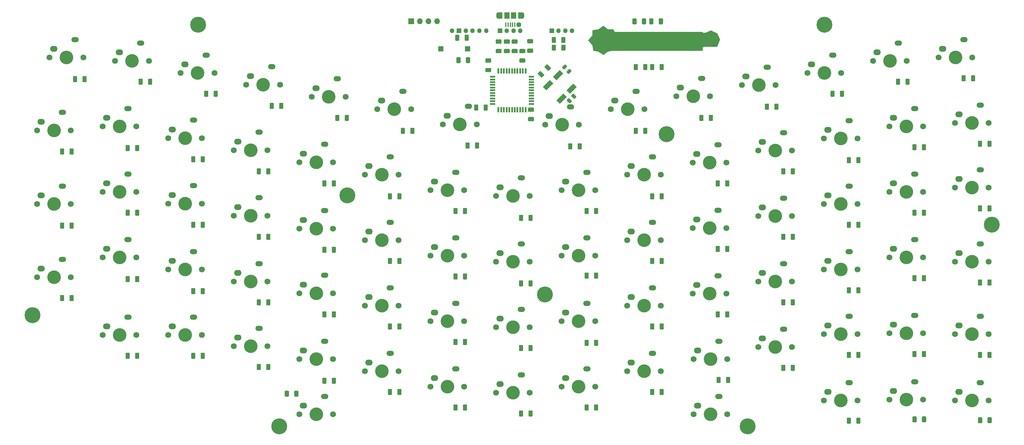
<source format=gbs>
G04 #@! TF.GenerationSoftware,KiCad,Pcbnew,5.1.9+dfsg1-1+deb11u1*
G04 #@! TF.CreationDate,2022-10-03T13:35:44+02:00*
G04 #@! TF.ProjectId,BalthazarKeyboard3-keycaps,42616c74-6861-47a6-9172-4b6579626f61,v0.2*
G04 #@! TF.SameCoordinates,Original*
G04 #@! TF.FileFunction,Soldermask,Bot*
G04 #@! TF.FilePolarity,Negative*
%FSLAX46Y46*%
G04 Gerber Fmt 4.6, Leading zero omitted, Abs format (unit mm)*
G04 Created by KiCad (PCBNEW 5.1.9+dfsg1-1+deb11u1) date 2022-10-03 13:35:44*
%MOMM*%
%LPD*%
G01*
G04 APERTURE LIST*
%ADD10C,1.750000*%
%ADD11O,2.200000X1.500000*%
%ADD12O,2.200000X1.700000*%
%ADD13C,4.000000*%
%ADD14R,0.550000X1.500000*%
%ADD15R,1.500000X0.550000*%
%ADD16R,1.500000X1.900000*%
%ADD17R,0.400000X1.350000*%
%ADD18C,1.450000*%
%ADD19O,1.200000X1.900000*%
%ADD20R,1.200000X1.900000*%
%ADD21C,4.700000*%
%ADD22O,1.350000X1.350000*%
%ADD23R,1.350000X1.350000*%
%ADD24C,0.100000*%
%ADD25R,1.500000X1.500000*%
%ADD26R,1.700000X1.700000*%
%ADD27O,1.700000X1.700000*%
%ADD28C,0.254000*%
G04 APERTURE END LIST*
D10*
X252132000Y-102870000D03*
X242152000Y-102870000D03*
D11*
X249642000Y-97570000D03*
D12*
X243392000Y-100340000D03*
D13*
X247142000Y-102870000D03*
D10*
X136308000Y-156718000D03*
X126328000Y-156718000D03*
D11*
X133818000Y-151418000D03*
D12*
X127568000Y-154188000D03*
D13*
X131318000Y-156718000D03*
D10*
X252132000Y-141224000D03*
X242152000Y-141224000D03*
D11*
X249642000Y-135924000D03*
D12*
X243392000Y-138694000D03*
D13*
X247142000Y-141224000D03*
D10*
X24167000Y-59690000D03*
X14187000Y-59690000D03*
D11*
X21677000Y-54390000D03*
D12*
X15427000Y-57160000D03*
D13*
X19177000Y-59690000D03*
D10*
X43471000Y-60706000D03*
X33491000Y-60706000D03*
D11*
X40981000Y-55406000D03*
D12*
X34731000Y-58176000D03*
D13*
X38481000Y-60706000D03*
D10*
X62775000Y-64262000D03*
X52795000Y-64262000D03*
D11*
X60285000Y-58962000D03*
D12*
X54035000Y-61732000D03*
D13*
X57785000Y-64262000D03*
D10*
X82079000Y-67691000D03*
X72099000Y-67691000D03*
D11*
X79589000Y-62391000D03*
D12*
X73339000Y-65161000D03*
D13*
X77089000Y-67691000D03*
D10*
X101383000Y-71247000D03*
X91403000Y-71247000D03*
D11*
X98893000Y-65947000D03*
D12*
X92643000Y-68717000D03*
D13*
X96393000Y-71247000D03*
D10*
X120687000Y-74930000D03*
X110707000Y-74930000D03*
D11*
X118197000Y-69630000D03*
D12*
X111947000Y-72400000D03*
D13*
X115697000Y-74930000D03*
D10*
X139991000Y-79375000D03*
X130011000Y-79375000D03*
D11*
X137501000Y-74075000D03*
D12*
X131251000Y-76845000D03*
D13*
X135001000Y-79375000D03*
D10*
X39788000Y-80010000D03*
X29808000Y-80010000D03*
D11*
X37298000Y-74710000D03*
D12*
X31048000Y-77480000D03*
D13*
X34798000Y-80010000D03*
D10*
X59092000Y-83439000D03*
X49112000Y-83439000D03*
D11*
X56602000Y-78139000D03*
D12*
X50352000Y-80909000D03*
D13*
X54102000Y-83439000D03*
D10*
X78396000Y-86995000D03*
X68416000Y-86995000D03*
D11*
X75906000Y-81695000D03*
D12*
X69656000Y-84465000D03*
D13*
X73406000Y-86995000D03*
D10*
X97700000Y-90551000D03*
X87720000Y-90551000D03*
D11*
X95210000Y-85251000D03*
D12*
X88960000Y-88021000D03*
D13*
X92710000Y-90551000D03*
D10*
X117004000Y-94234000D03*
X107024000Y-94234000D03*
D11*
X114514000Y-88934000D03*
D12*
X108264000Y-91704000D03*
D13*
X112014000Y-94234000D03*
D10*
X136308000Y-98806000D03*
X126328000Y-98806000D03*
D11*
X133818000Y-93506000D03*
D12*
X127568000Y-96276000D03*
D13*
X131318000Y-98806000D03*
D10*
X155612000Y-100457000D03*
X145632000Y-100457000D03*
D11*
X153122000Y-95157000D03*
D12*
X146872000Y-97927000D03*
D13*
X150622000Y-100457000D03*
D10*
X20484000Y-81153000D03*
X10504000Y-81153000D03*
D11*
X17994000Y-75853000D03*
D12*
X11744000Y-78623000D03*
D13*
X15494000Y-81153000D03*
D10*
X59092000Y-102743000D03*
X49112000Y-102743000D03*
D11*
X56602000Y-97443000D03*
D12*
X50352000Y-100213000D03*
D13*
X54102000Y-102743000D03*
D10*
X78396000Y-106299000D03*
X68416000Y-106299000D03*
D11*
X75906000Y-100999000D03*
D12*
X69656000Y-103769000D03*
D13*
X73406000Y-106299000D03*
D10*
X97700000Y-110109000D03*
X87720000Y-110109000D03*
D11*
X95210000Y-104809000D03*
D12*
X88960000Y-107579000D03*
D13*
X92710000Y-110109000D03*
D10*
X117004000Y-113538000D03*
X107024000Y-113538000D03*
D11*
X114514000Y-108238000D03*
D12*
X108264000Y-111008000D03*
D13*
X112014000Y-113538000D03*
D10*
X136308000Y-118110000D03*
X126328000Y-118110000D03*
D11*
X133818000Y-112810000D03*
D12*
X127568000Y-115580000D03*
D13*
X131318000Y-118110000D03*
D10*
X155612000Y-119888000D03*
X145632000Y-119888000D03*
D11*
X153122000Y-114588000D03*
D12*
X146872000Y-117358000D03*
D13*
X150622000Y-119888000D03*
D10*
X39788000Y-99314000D03*
X29808000Y-99314000D03*
D11*
X37298000Y-94014000D03*
D12*
X31048000Y-96784000D03*
D13*
X34798000Y-99314000D03*
D10*
X59092000Y-122174000D03*
X49112000Y-122174000D03*
D11*
X56602000Y-116874000D03*
D12*
X50352000Y-119644000D03*
D13*
X54102000Y-122174000D03*
D10*
X78396000Y-125730000D03*
X68416000Y-125730000D03*
D11*
X75906000Y-120430000D03*
D12*
X69656000Y-123200000D03*
D13*
X73406000Y-125730000D03*
D10*
X97700000Y-129159000D03*
X87720000Y-129159000D03*
D11*
X95210000Y-123859000D03*
D12*
X88960000Y-126629000D03*
D13*
X92710000Y-129159000D03*
D10*
X117004000Y-132842000D03*
X107024000Y-132842000D03*
D11*
X114514000Y-127542000D03*
D12*
X108264000Y-130312000D03*
D13*
X112014000Y-132842000D03*
D10*
X136308000Y-137414000D03*
X126328000Y-137414000D03*
D11*
X133818000Y-132114000D03*
D12*
X127568000Y-134884000D03*
D13*
X131318000Y-137414000D03*
D10*
X155612000Y-139192000D03*
X145632000Y-139192000D03*
D11*
X153122000Y-133892000D03*
D12*
X146872000Y-136662000D03*
D13*
X150622000Y-139192000D03*
D10*
X20484000Y-102870000D03*
X10504000Y-102870000D03*
D11*
X17994000Y-97570000D03*
D12*
X11744000Y-100340000D03*
D13*
X15494000Y-102870000D03*
D10*
X59092000Y-141478000D03*
X49112000Y-141478000D03*
D11*
X56602000Y-136178000D03*
D12*
X50352000Y-138948000D03*
D13*
X54102000Y-141478000D03*
D10*
X78396000Y-144780000D03*
X68416000Y-144780000D03*
D11*
X75906000Y-139480000D03*
D12*
X69656000Y-142250000D03*
D13*
X73406000Y-144780000D03*
D10*
X97700000Y-148590000D03*
X87720000Y-148590000D03*
D11*
X95210000Y-143290000D03*
D12*
X88960000Y-146060000D03*
D13*
X92710000Y-148590000D03*
D10*
X117004000Y-152146000D03*
X107024000Y-152146000D03*
D11*
X114514000Y-146846000D03*
D12*
X108264000Y-149616000D03*
D13*
X112014000Y-152146000D03*
D10*
X155612000Y-158496000D03*
X145632000Y-158496000D03*
D11*
X153122000Y-153196000D03*
D12*
X146872000Y-155966000D03*
D13*
X150622000Y-158496000D03*
D10*
X20484000Y-124460000D03*
X10504000Y-124460000D03*
D11*
X17994000Y-119160000D03*
D12*
X11744000Y-121930000D03*
D13*
X15494000Y-124460000D03*
D10*
X39788000Y-118618000D03*
X29808000Y-118618000D03*
D11*
X37298000Y-113318000D03*
D12*
X31048000Y-116088000D03*
D13*
X34798000Y-118618000D03*
D10*
X39788000Y-141478000D03*
X29808000Y-141478000D03*
D11*
X37298000Y-136178000D03*
D12*
X31048000Y-138948000D03*
D13*
X34798000Y-141478000D03*
D10*
X97700000Y-164846000D03*
X87720000Y-164846000D03*
D11*
X95210000Y-159546000D03*
D12*
X88960000Y-162316000D03*
D13*
X92710000Y-164846000D03*
D10*
X213778000Y-164846000D03*
X203798000Y-164846000D03*
D11*
X211288000Y-159546000D03*
D12*
X205038000Y-162316000D03*
D13*
X208788000Y-164846000D03*
D10*
X252132000Y-160782000D03*
X242152000Y-160782000D03*
D11*
X249642000Y-155482000D03*
D12*
X243392000Y-158252000D03*
D13*
X247142000Y-160782000D03*
D10*
X271436000Y-160528000D03*
X261456000Y-160528000D03*
D11*
X268946000Y-155228000D03*
D12*
X262696000Y-157998000D03*
D13*
X266446000Y-160528000D03*
D10*
X290740000Y-160782000D03*
X280760000Y-160782000D03*
D11*
X288250000Y-155482000D03*
D12*
X282000000Y-158252000D03*
D13*
X285750000Y-160782000D03*
D10*
X170090000Y-79502000D03*
X160110000Y-79502000D03*
D11*
X167600000Y-74202000D03*
D12*
X161350000Y-76972000D03*
D13*
X165100000Y-79502000D03*
D10*
X189394000Y-74930000D03*
X179414000Y-74930000D03*
D11*
X186904000Y-69630000D03*
D12*
X180654000Y-72400000D03*
D13*
X184404000Y-74930000D03*
D10*
X208698000Y-71120000D03*
X198718000Y-71120000D03*
D11*
X206208000Y-65820000D03*
D12*
X199958000Y-68590000D03*
D13*
X203708000Y-71120000D03*
D10*
X228002000Y-67818000D03*
X218022000Y-67818000D03*
D11*
X225512000Y-62518000D03*
D12*
X219262000Y-65288000D03*
D13*
X223012000Y-67818000D03*
D10*
X247306000Y-64262000D03*
X237326000Y-64262000D03*
D11*
X244816000Y-58962000D03*
D12*
X238566000Y-61732000D03*
D13*
X242316000Y-64262000D03*
D10*
X266610000Y-60706000D03*
X256630000Y-60706000D03*
D11*
X264120000Y-55406000D03*
D12*
X257870000Y-58176000D03*
D13*
X261620000Y-60706000D03*
D10*
X285914000Y-59690000D03*
X275934000Y-59690000D03*
D11*
X283424000Y-54390000D03*
D12*
X277174000Y-57160000D03*
D13*
X280924000Y-59690000D03*
D10*
X174916000Y-98806000D03*
X164936000Y-98806000D03*
D11*
X172426000Y-93506000D03*
D12*
X166176000Y-96276000D03*
D13*
X169926000Y-98806000D03*
D10*
X194220000Y-94234000D03*
X184240000Y-94234000D03*
D11*
X191730000Y-88934000D03*
D12*
X185480000Y-91704000D03*
D13*
X189230000Y-94234000D03*
D10*
X213524000Y-90678000D03*
X203544000Y-90678000D03*
D11*
X211034000Y-85378000D03*
D12*
X204784000Y-88148000D03*
D13*
X208534000Y-90678000D03*
D10*
X232828000Y-87122000D03*
X222848000Y-87122000D03*
D11*
X230338000Y-81822000D03*
D12*
X224088000Y-84592000D03*
D13*
X227838000Y-87122000D03*
D10*
X252132000Y-83566000D03*
X242152000Y-83566000D03*
D11*
X249642000Y-78266000D03*
D12*
X243392000Y-81036000D03*
D13*
X247142000Y-83566000D03*
D10*
X271436000Y-80010000D03*
X261456000Y-80010000D03*
D11*
X268946000Y-74710000D03*
D12*
X262696000Y-77480000D03*
D13*
X266446000Y-80010000D03*
D10*
X290740000Y-78994000D03*
X280760000Y-78994000D03*
D11*
X288250000Y-73694000D03*
D12*
X282000000Y-76464000D03*
D13*
X285750000Y-78994000D03*
D10*
X174916000Y-118110000D03*
X164936000Y-118110000D03*
D11*
X172426000Y-112810000D03*
D12*
X166176000Y-115580000D03*
D13*
X169926000Y-118110000D03*
D10*
X194220000Y-113538000D03*
X184240000Y-113538000D03*
D11*
X191730000Y-108238000D03*
D12*
X185480000Y-111008000D03*
D13*
X189230000Y-113538000D03*
D10*
X213524000Y-109982000D03*
X203544000Y-109982000D03*
D11*
X211034000Y-104682000D03*
D12*
X204784000Y-107452000D03*
D13*
X208534000Y-109982000D03*
D10*
X232828000Y-106426000D03*
X222848000Y-106426000D03*
D11*
X230338000Y-101126000D03*
D12*
X224088000Y-103896000D03*
D13*
X227838000Y-106426000D03*
D10*
X271436000Y-99314000D03*
X261456000Y-99314000D03*
D11*
X268946000Y-94014000D03*
D12*
X262696000Y-96784000D03*
D13*
X266446000Y-99314000D03*
D10*
X290740000Y-98044000D03*
X280760000Y-98044000D03*
D11*
X288250000Y-92744000D03*
D12*
X282000000Y-95514000D03*
D13*
X285750000Y-98044000D03*
D10*
X174916000Y-137414000D03*
X164936000Y-137414000D03*
D11*
X172426000Y-132114000D03*
D12*
X166176000Y-134884000D03*
D13*
X169926000Y-137414000D03*
D10*
X194220000Y-132842000D03*
X184240000Y-132842000D03*
D11*
X191730000Y-127542000D03*
D12*
X185480000Y-130312000D03*
D13*
X189230000Y-132842000D03*
D10*
X213524000Y-129286000D03*
X203544000Y-129286000D03*
D11*
X211034000Y-123986000D03*
D12*
X204784000Y-126756000D03*
D13*
X208534000Y-129286000D03*
D10*
X232828000Y-125730000D03*
X222848000Y-125730000D03*
D11*
X230338000Y-120430000D03*
D12*
X224088000Y-123200000D03*
D13*
X227838000Y-125730000D03*
D10*
X252132000Y-122174000D03*
X242152000Y-122174000D03*
D11*
X249642000Y-116874000D03*
D12*
X243392000Y-119644000D03*
D13*
X247142000Y-122174000D03*
D10*
X271436000Y-118618000D03*
X261456000Y-118618000D03*
D11*
X268946000Y-113318000D03*
D12*
X262696000Y-116088000D03*
D13*
X266446000Y-118618000D03*
D10*
X290740000Y-119888000D03*
X280760000Y-119888000D03*
D11*
X288250000Y-114588000D03*
D12*
X282000000Y-117358000D03*
D13*
X285750000Y-119888000D03*
D10*
X174916000Y-156718000D03*
X164936000Y-156718000D03*
D11*
X172426000Y-151418000D03*
D12*
X166176000Y-154188000D03*
D13*
X169926000Y-156718000D03*
D10*
X194220000Y-152146000D03*
X184240000Y-152146000D03*
D11*
X191730000Y-146846000D03*
D12*
X185480000Y-149616000D03*
D13*
X189230000Y-152146000D03*
D10*
X213778000Y-148590000D03*
X203798000Y-148590000D03*
D11*
X211288000Y-143290000D03*
D12*
X205038000Y-146060000D03*
D13*
X208788000Y-148590000D03*
D10*
X232828000Y-145034000D03*
X222848000Y-145034000D03*
D11*
X230338000Y-139734000D03*
D12*
X224088000Y-142504000D03*
D13*
X227838000Y-145034000D03*
D10*
X271436000Y-140970000D03*
X261456000Y-140970000D03*
D11*
X268946000Y-135670000D03*
D12*
X262696000Y-138440000D03*
D13*
X266446000Y-140970000D03*
D10*
X290740000Y-141224000D03*
X280760000Y-141224000D03*
D11*
X288250000Y-135924000D03*
D12*
X282000000Y-138694000D03*
D13*
X285750000Y-141224000D03*
D14*
X146368000Y-63642000D03*
X147168000Y-63642000D03*
X147968000Y-63642000D03*
X148768000Y-63642000D03*
X149568000Y-63642000D03*
X150368000Y-63642000D03*
X151168000Y-63642000D03*
X151968000Y-63642000D03*
X152768000Y-63642000D03*
X153568000Y-63642000D03*
X154368000Y-63642000D03*
D15*
X156068000Y-65342000D03*
X156068000Y-66142000D03*
X156068000Y-66942000D03*
X156068000Y-67742000D03*
X156068000Y-68542000D03*
X156068000Y-69342000D03*
X156068000Y-70142000D03*
X156068000Y-70942000D03*
X156068000Y-71742000D03*
X156068000Y-72542000D03*
X156068000Y-73342000D03*
D14*
X154368000Y-75042000D03*
X153568000Y-75042000D03*
X152768000Y-75042000D03*
X151968000Y-75042000D03*
X151168000Y-75042000D03*
X150368000Y-75042000D03*
X149568000Y-75042000D03*
X148768000Y-75042000D03*
X147968000Y-75042000D03*
X147168000Y-75042000D03*
X146368000Y-75042000D03*
D15*
X144668000Y-73342000D03*
X144668000Y-72542000D03*
X144668000Y-71742000D03*
X144668000Y-70942000D03*
X144668000Y-70142000D03*
X144668000Y-69342000D03*
X144668000Y-68542000D03*
X144668000Y-67742000D03*
X144668000Y-66942000D03*
X144668000Y-66142000D03*
X144668000Y-65342000D03*
D16*
X150860000Y-47276500D03*
D17*
X149210000Y-49976500D03*
X148560000Y-49976500D03*
X151160000Y-49976500D03*
X150510000Y-49976500D03*
X149860000Y-49976500D03*
D18*
X152360000Y-49976500D03*
D16*
X148860000Y-47276500D03*
D19*
X146360000Y-47276500D03*
X153360000Y-47276500D03*
D20*
X152760000Y-47276500D03*
X146960000Y-47276500D03*
D21*
X101854000Y-100330000D03*
X195834000Y-82296000D03*
X9144000Y-135636000D03*
X291592000Y-108966000D03*
X160020000Y-129540000D03*
G36*
G01*
X271055000Y-166945000D02*
X271055000Y-165695000D01*
G75*
G02*
X271305000Y-165445000I250000J0D01*
G01*
X272055000Y-165445000D01*
G75*
G02*
X272305000Y-165695000I0J-250000D01*
G01*
X272305000Y-166945000D01*
G75*
G02*
X272055000Y-167195000I-250000J0D01*
G01*
X271305000Y-167195000D01*
G75*
G02*
X271055000Y-166945000I0J250000D01*
G01*
G37*
G36*
G01*
X268255000Y-166945000D02*
X268255000Y-165695000D01*
G75*
G02*
X268505000Y-165445000I250000J0D01*
G01*
X269255000Y-165445000D01*
G75*
G02*
X269505000Y-165695000I0J-250000D01*
G01*
X269505000Y-166945000D01*
G75*
G02*
X269255000Y-167195000I-250000J0D01*
G01*
X268505000Y-167195000D01*
G75*
G02*
X268255000Y-166945000I0J250000D01*
G01*
G37*
G36*
G01*
X187058000Y-48397000D02*
X187058000Y-49647000D01*
G75*
G02*
X186808000Y-49897000I-250000J0D01*
G01*
X186058000Y-49897000D01*
G75*
G02*
X185808000Y-49647000I0J250000D01*
G01*
X185808000Y-48397000D01*
G75*
G02*
X186058000Y-48147000I250000J0D01*
G01*
X186808000Y-48147000D01*
G75*
G02*
X187058000Y-48397000I0J-250000D01*
G01*
G37*
G36*
G01*
X189858000Y-48397000D02*
X189858000Y-49647000D01*
G75*
G02*
X189608000Y-49897000I-250000J0D01*
G01*
X188858000Y-49897000D01*
G75*
G02*
X188608000Y-49647000I0J250000D01*
G01*
X188608000Y-48397000D01*
G75*
G02*
X188858000Y-48147000I250000J0D01*
G01*
X189608000Y-48147000D01*
G75*
G02*
X189858000Y-48397000I0J-250000D01*
G01*
G37*
D22*
X168052000Y-51816000D03*
X166052000Y-51816000D03*
X164052000Y-51816000D03*
D23*
X162052000Y-51816000D03*
G36*
G01*
X156327000Y-55489000D02*
X155077000Y-55489000D01*
G75*
G02*
X154827000Y-55239000I0J250000D01*
G01*
X154827000Y-54489000D01*
G75*
G02*
X155077000Y-54239000I250000J0D01*
G01*
X156327000Y-54239000D01*
G75*
G02*
X156577000Y-54489000I0J-250000D01*
G01*
X156577000Y-55239000D01*
G75*
G02*
X156327000Y-55489000I-250000J0D01*
G01*
G37*
G36*
G01*
X156327000Y-58289000D02*
X155077000Y-58289000D01*
G75*
G02*
X154827000Y-58039000I0J250000D01*
G01*
X154827000Y-57289000D01*
G75*
G02*
X155077000Y-57039000I250000J0D01*
G01*
X156327000Y-57039000D01*
G75*
G02*
X156577000Y-57289000I0J-250000D01*
G01*
X156577000Y-58039000D01*
G75*
G02*
X156327000Y-58289000I-250000J0D01*
G01*
G37*
G36*
G01*
X23889000Y-66665000D02*
X23889000Y-65415000D01*
G75*
G02*
X24139000Y-65165000I250000J0D01*
G01*
X24889000Y-65165000D01*
G75*
G02*
X25139000Y-65415000I0J-250000D01*
G01*
X25139000Y-66665000D01*
G75*
G02*
X24889000Y-66915000I-250000J0D01*
G01*
X24139000Y-66915000D01*
G75*
G02*
X23889000Y-66665000I0J250000D01*
G01*
G37*
G36*
G01*
X21089000Y-66665000D02*
X21089000Y-65415000D01*
G75*
G02*
X21339000Y-65165000I250000J0D01*
G01*
X22089000Y-65165000D01*
G75*
G02*
X22339000Y-65415000I0J-250000D01*
G01*
X22339000Y-66665000D01*
G75*
G02*
X22089000Y-66915000I-250000J0D01*
G01*
X21339000Y-66915000D01*
G75*
G02*
X21089000Y-66665000I0J250000D01*
G01*
G37*
G36*
G01*
X43193000Y-67427000D02*
X43193000Y-66177000D01*
G75*
G02*
X43443000Y-65927000I250000J0D01*
G01*
X44193000Y-65927000D01*
G75*
G02*
X44443000Y-66177000I0J-250000D01*
G01*
X44443000Y-67427000D01*
G75*
G02*
X44193000Y-67677000I-250000J0D01*
G01*
X43443000Y-67677000D01*
G75*
G02*
X43193000Y-67427000I0J250000D01*
G01*
G37*
G36*
G01*
X40393000Y-67427000D02*
X40393000Y-66177000D01*
G75*
G02*
X40643000Y-65927000I250000J0D01*
G01*
X41393000Y-65927000D01*
G75*
G02*
X41643000Y-66177000I0J-250000D01*
G01*
X41643000Y-67427000D01*
G75*
G02*
X41393000Y-67677000I-250000J0D01*
G01*
X40643000Y-67677000D01*
G75*
G02*
X40393000Y-67427000I0J250000D01*
G01*
G37*
G36*
G01*
X62497000Y-70983000D02*
X62497000Y-69733000D01*
G75*
G02*
X62747000Y-69483000I250000J0D01*
G01*
X63497000Y-69483000D01*
G75*
G02*
X63747000Y-69733000I0J-250000D01*
G01*
X63747000Y-70983000D01*
G75*
G02*
X63497000Y-71233000I-250000J0D01*
G01*
X62747000Y-71233000D01*
G75*
G02*
X62497000Y-70983000I0J250000D01*
G01*
G37*
G36*
G01*
X59697000Y-70983000D02*
X59697000Y-69733000D01*
G75*
G02*
X59947000Y-69483000I250000J0D01*
G01*
X60697000Y-69483000D01*
G75*
G02*
X60947000Y-69733000I0J-250000D01*
G01*
X60947000Y-70983000D01*
G75*
G02*
X60697000Y-71233000I-250000J0D01*
G01*
X59947000Y-71233000D01*
G75*
G02*
X59697000Y-70983000I0J250000D01*
G01*
G37*
G36*
G01*
X81801000Y-74539000D02*
X81801000Y-73289000D01*
G75*
G02*
X82051000Y-73039000I250000J0D01*
G01*
X82801000Y-73039000D01*
G75*
G02*
X83051000Y-73289000I0J-250000D01*
G01*
X83051000Y-74539000D01*
G75*
G02*
X82801000Y-74789000I-250000J0D01*
G01*
X82051000Y-74789000D01*
G75*
G02*
X81801000Y-74539000I0J250000D01*
G01*
G37*
G36*
G01*
X79001000Y-74539000D02*
X79001000Y-73289000D01*
G75*
G02*
X79251000Y-73039000I250000J0D01*
G01*
X80001000Y-73039000D01*
G75*
G02*
X80251000Y-73289000I0J-250000D01*
G01*
X80251000Y-74539000D01*
G75*
G02*
X80001000Y-74789000I-250000J0D01*
G01*
X79251000Y-74789000D01*
G75*
G02*
X79001000Y-74539000I0J250000D01*
G01*
G37*
G36*
G01*
X101105000Y-78095000D02*
X101105000Y-76845000D01*
G75*
G02*
X101355000Y-76595000I250000J0D01*
G01*
X102105000Y-76595000D01*
G75*
G02*
X102355000Y-76845000I0J-250000D01*
G01*
X102355000Y-78095000D01*
G75*
G02*
X102105000Y-78345000I-250000J0D01*
G01*
X101355000Y-78345000D01*
G75*
G02*
X101105000Y-78095000I0J250000D01*
G01*
G37*
G36*
G01*
X98305000Y-78095000D02*
X98305000Y-76845000D01*
G75*
G02*
X98555000Y-76595000I250000J0D01*
G01*
X99305000Y-76595000D01*
G75*
G02*
X99555000Y-76845000I0J-250000D01*
G01*
X99555000Y-78095000D01*
G75*
G02*
X99305000Y-78345000I-250000J0D01*
G01*
X98555000Y-78345000D01*
G75*
G02*
X98305000Y-78095000I0J250000D01*
G01*
G37*
G36*
G01*
X120409000Y-81905000D02*
X120409000Y-80655000D01*
G75*
G02*
X120659000Y-80405000I250000J0D01*
G01*
X121409000Y-80405000D01*
G75*
G02*
X121659000Y-80655000I0J-250000D01*
G01*
X121659000Y-81905000D01*
G75*
G02*
X121409000Y-82155000I-250000J0D01*
G01*
X120659000Y-82155000D01*
G75*
G02*
X120409000Y-81905000I0J250000D01*
G01*
G37*
G36*
G01*
X117609000Y-81905000D02*
X117609000Y-80655000D01*
G75*
G02*
X117859000Y-80405000I250000J0D01*
G01*
X118609000Y-80405000D01*
G75*
G02*
X118859000Y-80655000I0J-250000D01*
G01*
X118859000Y-81905000D01*
G75*
G02*
X118609000Y-82155000I-250000J0D01*
G01*
X117859000Y-82155000D01*
G75*
G02*
X117609000Y-81905000I0J250000D01*
G01*
G37*
G36*
G01*
X139459000Y-86223000D02*
X139459000Y-84973000D01*
G75*
G02*
X139709000Y-84723000I250000J0D01*
G01*
X140459000Y-84723000D01*
G75*
G02*
X140709000Y-84973000I0J-250000D01*
G01*
X140709000Y-86223000D01*
G75*
G02*
X140459000Y-86473000I-250000J0D01*
G01*
X139709000Y-86473000D01*
G75*
G02*
X139459000Y-86223000I0J250000D01*
G01*
G37*
G36*
G01*
X136659000Y-86223000D02*
X136659000Y-84973000D01*
G75*
G02*
X136909000Y-84723000I250000J0D01*
G01*
X137659000Y-84723000D01*
G75*
G02*
X137909000Y-84973000I0J-250000D01*
G01*
X137909000Y-86223000D01*
G75*
G02*
X137659000Y-86473000I-250000J0D01*
G01*
X136909000Y-86473000D01*
G75*
G02*
X136659000Y-86223000I0J250000D01*
G01*
G37*
G36*
G01*
X39383000Y-86985000D02*
X39383000Y-85735000D01*
G75*
G02*
X39633000Y-85485000I250000J0D01*
G01*
X40383000Y-85485000D01*
G75*
G02*
X40633000Y-85735000I0J-250000D01*
G01*
X40633000Y-86985000D01*
G75*
G02*
X40383000Y-87235000I-250000J0D01*
G01*
X39633000Y-87235000D01*
G75*
G02*
X39383000Y-86985000I0J250000D01*
G01*
G37*
G36*
G01*
X36583000Y-86985000D02*
X36583000Y-85735000D01*
G75*
G02*
X36833000Y-85485000I250000J0D01*
G01*
X37583000Y-85485000D01*
G75*
G02*
X37833000Y-85735000I0J-250000D01*
G01*
X37833000Y-86985000D01*
G75*
G02*
X37583000Y-87235000I-250000J0D01*
G01*
X36833000Y-87235000D01*
G75*
G02*
X36583000Y-86985000I0J250000D01*
G01*
G37*
G36*
G01*
X58687000Y-90287000D02*
X58687000Y-89037000D01*
G75*
G02*
X58937000Y-88787000I250000J0D01*
G01*
X59687000Y-88787000D01*
G75*
G02*
X59937000Y-89037000I0J-250000D01*
G01*
X59937000Y-90287000D01*
G75*
G02*
X59687000Y-90537000I-250000J0D01*
G01*
X58937000Y-90537000D01*
G75*
G02*
X58687000Y-90287000I0J250000D01*
G01*
G37*
G36*
G01*
X55887000Y-90287000D02*
X55887000Y-89037000D01*
G75*
G02*
X56137000Y-88787000I250000J0D01*
G01*
X56887000Y-88787000D01*
G75*
G02*
X57137000Y-89037000I0J-250000D01*
G01*
X57137000Y-90287000D01*
G75*
G02*
X56887000Y-90537000I-250000J0D01*
G01*
X56137000Y-90537000D01*
G75*
G02*
X55887000Y-90287000I0J250000D01*
G01*
G37*
G36*
G01*
X77991000Y-93843000D02*
X77991000Y-92593000D01*
G75*
G02*
X78241000Y-92343000I250000J0D01*
G01*
X78991000Y-92343000D01*
G75*
G02*
X79241000Y-92593000I0J-250000D01*
G01*
X79241000Y-93843000D01*
G75*
G02*
X78991000Y-94093000I-250000J0D01*
G01*
X78241000Y-94093000D01*
G75*
G02*
X77991000Y-93843000I0J250000D01*
G01*
G37*
G36*
G01*
X75191000Y-93843000D02*
X75191000Y-92593000D01*
G75*
G02*
X75441000Y-92343000I250000J0D01*
G01*
X76191000Y-92343000D01*
G75*
G02*
X76441000Y-92593000I0J-250000D01*
G01*
X76441000Y-93843000D01*
G75*
G02*
X76191000Y-94093000I-250000J0D01*
G01*
X75441000Y-94093000D01*
G75*
G02*
X75191000Y-93843000I0J250000D01*
G01*
G37*
G36*
G01*
X97295000Y-97399000D02*
X97295000Y-96149000D01*
G75*
G02*
X97545000Y-95899000I250000J0D01*
G01*
X98295000Y-95899000D01*
G75*
G02*
X98545000Y-96149000I0J-250000D01*
G01*
X98545000Y-97399000D01*
G75*
G02*
X98295000Y-97649000I-250000J0D01*
G01*
X97545000Y-97649000D01*
G75*
G02*
X97295000Y-97399000I0J250000D01*
G01*
G37*
G36*
G01*
X94495000Y-97399000D02*
X94495000Y-96149000D01*
G75*
G02*
X94745000Y-95899000I250000J0D01*
G01*
X95495000Y-95899000D01*
G75*
G02*
X95745000Y-96149000I0J-250000D01*
G01*
X95745000Y-97399000D01*
G75*
G02*
X95495000Y-97649000I-250000J0D01*
G01*
X94745000Y-97649000D01*
G75*
G02*
X94495000Y-97399000I0J250000D01*
G01*
G37*
G36*
G01*
X116599000Y-101209000D02*
X116599000Y-99959000D01*
G75*
G02*
X116849000Y-99709000I250000J0D01*
G01*
X117599000Y-99709000D01*
G75*
G02*
X117849000Y-99959000I0J-250000D01*
G01*
X117849000Y-101209000D01*
G75*
G02*
X117599000Y-101459000I-250000J0D01*
G01*
X116849000Y-101459000D01*
G75*
G02*
X116599000Y-101209000I0J250000D01*
G01*
G37*
G36*
G01*
X113799000Y-101209000D02*
X113799000Y-99959000D01*
G75*
G02*
X114049000Y-99709000I250000J0D01*
G01*
X114799000Y-99709000D01*
G75*
G02*
X115049000Y-99959000I0J-250000D01*
G01*
X115049000Y-101209000D01*
G75*
G02*
X114799000Y-101459000I-250000J0D01*
G01*
X114049000Y-101459000D01*
G75*
G02*
X113799000Y-101209000I0J250000D01*
G01*
G37*
G36*
G01*
X135903000Y-105527000D02*
X135903000Y-104277000D01*
G75*
G02*
X136153000Y-104027000I250000J0D01*
G01*
X136903000Y-104027000D01*
G75*
G02*
X137153000Y-104277000I0J-250000D01*
G01*
X137153000Y-105527000D01*
G75*
G02*
X136903000Y-105777000I-250000J0D01*
G01*
X136153000Y-105777000D01*
G75*
G02*
X135903000Y-105527000I0J250000D01*
G01*
G37*
G36*
G01*
X133103000Y-105527000D02*
X133103000Y-104277000D01*
G75*
G02*
X133353000Y-104027000I250000J0D01*
G01*
X134103000Y-104027000D01*
G75*
G02*
X134353000Y-104277000I0J-250000D01*
G01*
X134353000Y-105527000D01*
G75*
G02*
X134103000Y-105777000I-250000J0D01*
G01*
X133353000Y-105777000D01*
G75*
G02*
X133103000Y-105527000I0J250000D01*
G01*
G37*
G36*
G01*
X155207000Y-107559000D02*
X155207000Y-106309000D01*
G75*
G02*
X155457000Y-106059000I250000J0D01*
G01*
X156207000Y-106059000D01*
G75*
G02*
X156457000Y-106309000I0J-250000D01*
G01*
X156457000Y-107559000D01*
G75*
G02*
X156207000Y-107809000I-250000J0D01*
G01*
X155457000Y-107809000D01*
G75*
G02*
X155207000Y-107559000I0J250000D01*
G01*
G37*
G36*
G01*
X152407000Y-107559000D02*
X152407000Y-106309000D01*
G75*
G02*
X152657000Y-106059000I250000J0D01*
G01*
X153407000Y-106059000D01*
G75*
G02*
X153657000Y-106309000I0J-250000D01*
G01*
X153657000Y-107559000D01*
G75*
G02*
X153407000Y-107809000I-250000J0D01*
G01*
X152657000Y-107809000D01*
G75*
G02*
X152407000Y-107559000I0J250000D01*
G01*
G37*
G36*
G01*
X20079000Y-88001000D02*
X20079000Y-86751000D01*
G75*
G02*
X20329000Y-86501000I250000J0D01*
G01*
X21079000Y-86501000D01*
G75*
G02*
X21329000Y-86751000I0J-250000D01*
G01*
X21329000Y-88001000D01*
G75*
G02*
X21079000Y-88251000I-250000J0D01*
G01*
X20329000Y-88251000D01*
G75*
G02*
X20079000Y-88001000I0J250000D01*
G01*
G37*
G36*
G01*
X17279000Y-88001000D02*
X17279000Y-86751000D01*
G75*
G02*
X17529000Y-86501000I250000J0D01*
G01*
X18279000Y-86501000D01*
G75*
G02*
X18529000Y-86751000I0J-250000D01*
G01*
X18529000Y-88001000D01*
G75*
G02*
X18279000Y-88251000I-250000J0D01*
G01*
X17529000Y-88251000D01*
G75*
G02*
X17279000Y-88001000I0J250000D01*
G01*
G37*
G36*
G01*
X58687000Y-109591000D02*
X58687000Y-108341000D01*
G75*
G02*
X58937000Y-108091000I250000J0D01*
G01*
X59687000Y-108091000D01*
G75*
G02*
X59937000Y-108341000I0J-250000D01*
G01*
X59937000Y-109591000D01*
G75*
G02*
X59687000Y-109841000I-250000J0D01*
G01*
X58937000Y-109841000D01*
G75*
G02*
X58687000Y-109591000I0J250000D01*
G01*
G37*
G36*
G01*
X55887000Y-109591000D02*
X55887000Y-108341000D01*
G75*
G02*
X56137000Y-108091000I250000J0D01*
G01*
X56887000Y-108091000D01*
G75*
G02*
X57137000Y-108341000I0J-250000D01*
G01*
X57137000Y-109591000D01*
G75*
G02*
X56887000Y-109841000I-250000J0D01*
G01*
X56137000Y-109841000D01*
G75*
G02*
X55887000Y-109591000I0J250000D01*
G01*
G37*
G36*
G01*
X77991000Y-113147000D02*
X77991000Y-111897000D01*
G75*
G02*
X78241000Y-111647000I250000J0D01*
G01*
X78991000Y-111647000D01*
G75*
G02*
X79241000Y-111897000I0J-250000D01*
G01*
X79241000Y-113147000D01*
G75*
G02*
X78991000Y-113397000I-250000J0D01*
G01*
X78241000Y-113397000D01*
G75*
G02*
X77991000Y-113147000I0J250000D01*
G01*
G37*
G36*
G01*
X75191000Y-113147000D02*
X75191000Y-111897000D01*
G75*
G02*
X75441000Y-111647000I250000J0D01*
G01*
X76191000Y-111647000D01*
G75*
G02*
X76441000Y-111897000I0J-250000D01*
G01*
X76441000Y-113147000D01*
G75*
G02*
X76191000Y-113397000I-250000J0D01*
G01*
X75441000Y-113397000D01*
G75*
G02*
X75191000Y-113147000I0J250000D01*
G01*
G37*
G36*
G01*
X97295000Y-116957000D02*
X97295000Y-115707000D01*
G75*
G02*
X97545000Y-115457000I250000J0D01*
G01*
X98295000Y-115457000D01*
G75*
G02*
X98545000Y-115707000I0J-250000D01*
G01*
X98545000Y-116957000D01*
G75*
G02*
X98295000Y-117207000I-250000J0D01*
G01*
X97545000Y-117207000D01*
G75*
G02*
X97295000Y-116957000I0J250000D01*
G01*
G37*
G36*
G01*
X94495000Y-116957000D02*
X94495000Y-115707000D01*
G75*
G02*
X94745000Y-115457000I250000J0D01*
G01*
X95495000Y-115457000D01*
G75*
G02*
X95745000Y-115707000I0J-250000D01*
G01*
X95745000Y-116957000D01*
G75*
G02*
X95495000Y-117207000I-250000J0D01*
G01*
X94745000Y-117207000D01*
G75*
G02*
X94495000Y-116957000I0J250000D01*
G01*
G37*
G36*
G01*
X116599000Y-120259000D02*
X116599000Y-119009000D01*
G75*
G02*
X116849000Y-118759000I250000J0D01*
G01*
X117599000Y-118759000D01*
G75*
G02*
X117849000Y-119009000I0J-250000D01*
G01*
X117849000Y-120259000D01*
G75*
G02*
X117599000Y-120509000I-250000J0D01*
G01*
X116849000Y-120509000D01*
G75*
G02*
X116599000Y-120259000I0J250000D01*
G01*
G37*
G36*
G01*
X113799000Y-120259000D02*
X113799000Y-119009000D01*
G75*
G02*
X114049000Y-118759000I250000J0D01*
G01*
X114799000Y-118759000D01*
G75*
G02*
X115049000Y-119009000I0J-250000D01*
G01*
X115049000Y-120259000D01*
G75*
G02*
X114799000Y-120509000I-250000J0D01*
G01*
X114049000Y-120509000D01*
G75*
G02*
X113799000Y-120259000I0J250000D01*
G01*
G37*
G36*
G01*
X135903000Y-124831000D02*
X135903000Y-123581000D01*
G75*
G02*
X136153000Y-123331000I250000J0D01*
G01*
X136903000Y-123331000D01*
G75*
G02*
X137153000Y-123581000I0J-250000D01*
G01*
X137153000Y-124831000D01*
G75*
G02*
X136903000Y-125081000I-250000J0D01*
G01*
X136153000Y-125081000D01*
G75*
G02*
X135903000Y-124831000I0J250000D01*
G01*
G37*
G36*
G01*
X133103000Y-124831000D02*
X133103000Y-123581000D01*
G75*
G02*
X133353000Y-123331000I250000J0D01*
G01*
X134103000Y-123331000D01*
G75*
G02*
X134353000Y-123581000I0J-250000D01*
G01*
X134353000Y-124831000D01*
G75*
G02*
X134103000Y-125081000I-250000J0D01*
G01*
X133353000Y-125081000D01*
G75*
G02*
X133103000Y-124831000I0J250000D01*
G01*
G37*
G36*
G01*
X155207000Y-126863000D02*
X155207000Y-125613000D01*
G75*
G02*
X155457000Y-125363000I250000J0D01*
G01*
X156207000Y-125363000D01*
G75*
G02*
X156457000Y-125613000I0J-250000D01*
G01*
X156457000Y-126863000D01*
G75*
G02*
X156207000Y-127113000I-250000J0D01*
G01*
X155457000Y-127113000D01*
G75*
G02*
X155207000Y-126863000I0J250000D01*
G01*
G37*
G36*
G01*
X152407000Y-126863000D02*
X152407000Y-125613000D01*
G75*
G02*
X152657000Y-125363000I250000J0D01*
G01*
X153407000Y-125363000D01*
G75*
G02*
X153657000Y-125613000I0J-250000D01*
G01*
X153657000Y-126863000D01*
G75*
G02*
X153407000Y-127113000I-250000J0D01*
G01*
X152657000Y-127113000D01*
G75*
G02*
X152407000Y-126863000I0J250000D01*
G01*
G37*
G36*
G01*
X39383000Y-106035000D02*
X39383000Y-104785000D01*
G75*
G02*
X39633000Y-104535000I250000J0D01*
G01*
X40383000Y-104535000D01*
G75*
G02*
X40633000Y-104785000I0J-250000D01*
G01*
X40633000Y-106035000D01*
G75*
G02*
X40383000Y-106285000I-250000J0D01*
G01*
X39633000Y-106285000D01*
G75*
G02*
X39383000Y-106035000I0J250000D01*
G01*
G37*
G36*
G01*
X36583000Y-106035000D02*
X36583000Y-104785000D01*
G75*
G02*
X36833000Y-104535000I250000J0D01*
G01*
X37583000Y-104535000D01*
G75*
G02*
X37833000Y-104785000I0J-250000D01*
G01*
X37833000Y-106035000D01*
G75*
G02*
X37583000Y-106285000I-250000J0D01*
G01*
X36833000Y-106285000D01*
G75*
G02*
X36583000Y-106035000I0J250000D01*
G01*
G37*
G36*
G01*
X58687000Y-129149000D02*
X58687000Y-127899000D01*
G75*
G02*
X58937000Y-127649000I250000J0D01*
G01*
X59687000Y-127649000D01*
G75*
G02*
X59937000Y-127899000I0J-250000D01*
G01*
X59937000Y-129149000D01*
G75*
G02*
X59687000Y-129399000I-250000J0D01*
G01*
X58937000Y-129399000D01*
G75*
G02*
X58687000Y-129149000I0J250000D01*
G01*
G37*
G36*
G01*
X55887000Y-129149000D02*
X55887000Y-127899000D01*
G75*
G02*
X56137000Y-127649000I250000J0D01*
G01*
X56887000Y-127649000D01*
G75*
G02*
X57137000Y-127899000I0J-250000D01*
G01*
X57137000Y-129149000D01*
G75*
G02*
X56887000Y-129399000I-250000J0D01*
G01*
X56137000Y-129399000D01*
G75*
G02*
X55887000Y-129149000I0J250000D01*
G01*
G37*
G36*
G01*
X77991000Y-132451000D02*
X77991000Y-131201000D01*
G75*
G02*
X78241000Y-130951000I250000J0D01*
G01*
X78991000Y-130951000D01*
G75*
G02*
X79241000Y-131201000I0J-250000D01*
G01*
X79241000Y-132451000D01*
G75*
G02*
X78991000Y-132701000I-250000J0D01*
G01*
X78241000Y-132701000D01*
G75*
G02*
X77991000Y-132451000I0J250000D01*
G01*
G37*
G36*
G01*
X75191000Y-132451000D02*
X75191000Y-131201000D01*
G75*
G02*
X75441000Y-130951000I250000J0D01*
G01*
X76191000Y-130951000D01*
G75*
G02*
X76441000Y-131201000I0J-250000D01*
G01*
X76441000Y-132451000D01*
G75*
G02*
X76191000Y-132701000I-250000J0D01*
G01*
X75441000Y-132701000D01*
G75*
G02*
X75191000Y-132451000I0J250000D01*
G01*
G37*
G36*
G01*
X97295000Y-136007000D02*
X97295000Y-134757000D01*
G75*
G02*
X97545000Y-134507000I250000J0D01*
G01*
X98295000Y-134507000D01*
G75*
G02*
X98545000Y-134757000I0J-250000D01*
G01*
X98545000Y-136007000D01*
G75*
G02*
X98295000Y-136257000I-250000J0D01*
G01*
X97545000Y-136257000D01*
G75*
G02*
X97295000Y-136007000I0J250000D01*
G01*
G37*
G36*
G01*
X94495000Y-136007000D02*
X94495000Y-134757000D01*
G75*
G02*
X94745000Y-134507000I250000J0D01*
G01*
X95495000Y-134507000D01*
G75*
G02*
X95745000Y-134757000I0J-250000D01*
G01*
X95745000Y-136007000D01*
G75*
G02*
X95495000Y-136257000I-250000J0D01*
G01*
X94745000Y-136257000D01*
G75*
G02*
X94495000Y-136007000I0J250000D01*
G01*
G37*
G36*
G01*
X116599000Y-139563000D02*
X116599000Y-138313000D01*
G75*
G02*
X116849000Y-138063000I250000J0D01*
G01*
X117599000Y-138063000D01*
G75*
G02*
X117849000Y-138313000I0J-250000D01*
G01*
X117849000Y-139563000D01*
G75*
G02*
X117599000Y-139813000I-250000J0D01*
G01*
X116849000Y-139813000D01*
G75*
G02*
X116599000Y-139563000I0J250000D01*
G01*
G37*
G36*
G01*
X113799000Y-139563000D02*
X113799000Y-138313000D01*
G75*
G02*
X114049000Y-138063000I250000J0D01*
G01*
X114799000Y-138063000D01*
G75*
G02*
X115049000Y-138313000I0J-250000D01*
G01*
X115049000Y-139563000D01*
G75*
G02*
X114799000Y-139813000I-250000J0D01*
G01*
X114049000Y-139813000D01*
G75*
G02*
X113799000Y-139563000I0J250000D01*
G01*
G37*
G36*
G01*
X135903000Y-144135000D02*
X135903000Y-142885000D01*
G75*
G02*
X136153000Y-142635000I250000J0D01*
G01*
X136903000Y-142635000D01*
G75*
G02*
X137153000Y-142885000I0J-250000D01*
G01*
X137153000Y-144135000D01*
G75*
G02*
X136903000Y-144385000I-250000J0D01*
G01*
X136153000Y-144385000D01*
G75*
G02*
X135903000Y-144135000I0J250000D01*
G01*
G37*
G36*
G01*
X133103000Y-144135000D02*
X133103000Y-142885000D01*
G75*
G02*
X133353000Y-142635000I250000J0D01*
G01*
X134103000Y-142635000D01*
G75*
G02*
X134353000Y-142885000I0J-250000D01*
G01*
X134353000Y-144135000D01*
G75*
G02*
X134103000Y-144385000I-250000J0D01*
G01*
X133353000Y-144385000D01*
G75*
G02*
X133103000Y-144135000I0J250000D01*
G01*
G37*
G36*
G01*
X155207000Y-145913000D02*
X155207000Y-144663000D01*
G75*
G02*
X155457000Y-144413000I250000J0D01*
G01*
X156207000Y-144413000D01*
G75*
G02*
X156457000Y-144663000I0J-250000D01*
G01*
X156457000Y-145913000D01*
G75*
G02*
X156207000Y-146163000I-250000J0D01*
G01*
X155457000Y-146163000D01*
G75*
G02*
X155207000Y-145913000I0J250000D01*
G01*
G37*
G36*
G01*
X152407000Y-145913000D02*
X152407000Y-144663000D01*
G75*
G02*
X152657000Y-144413000I250000J0D01*
G01*
X153407000Y-144413000D01*
G75*
G02*
X153657000Y-144663000I0J-250000D01*
G01*
X153657000Y-145913000D01*
G75*
G02*
X153407000Y-146163000I-250000J0D01*
G01*
X152657000Y-146163000D01*
G75*
G02*
X152407000Y-145913000I0J250000D01*
G01*
G37*
G36*
G01*
X20079000Y-109845000D02*
X20079000Y-108595000D01*
G75*
G02*
X20329000Y-108345000I250000J0D01*
G01*
X21079000Y-108345000D01*
G75*
G02*
X21329000Y-108595000I0J-250000D01*
G01*
X21329000Y-109845000D01*
G75*
G02*
X21079000Y-110095000I-250000J0D01*
G01*
X20329000Y-110095000D01*
G75*
G02*
X20079000Y-109845000I0J250000D01*
G01*
G37*
G36*
G01*
X17279000Y-109845000D02*
X17279000Y-108595000D01*
G75*
G02*
X17529000Y-108345000I250000J0D01*
G01*
X18279000Y-108345000D01*
G75*
G02*
X18529000Y-108595000I0J-250000D01*
G01*
X18529000Y-109845000D01*
G75*
G02*
X18279000Y-110095000I-250000J0D01*
G01*
X17529000Y-110095000D01*
G75*
G02*
X17279000Y-109845000I0J250000D01*
G01*
G37*
G36*
G01*
X58687000Y-148199000D02*
X58687000Y-146949000D01*
G75*
G02*
X58937000Y-146699000I250000J0D01*
G01*
X59687000Y-146699000D01*
G75*
G02*
X59937000Y-146949000I0J-250000D01*
G01*
X59937000Y-148199000D01*
G75*
G02*
X59687000Y-148449000I-250000J0D01*
G01*
X58937000Y-148449000D01*
G75*
G02*
X58687000Y-148199000I0J250000D01*
G01*
G37*
G36*
G01*
X55887000Y-148199000D02*
X55887000Y-146949000D01*
G75*
G02*
X56137000Y-146699000I250000J0D01*
G01*
X56887000Y-146699000D01*
G75*
G02*
X57137000Y-146949000I0J-250000D01*
G01*
X57137000Y-148199000D01*
G75*
G02*
X56887000Y-148449000I-250000J0D01*
G01*
X56137000Y-148449000D01*
G75*
G02*
X55887000Y-148199000I0J250000D01*
G01*
G37*
G36*
G01*
X77991000Y-151501000D02*
X77991000Y-150251000D01*
G75*
G02*
X78241000Y-150001000I250000J0D01*
G01*
X78991000Y-150001000D01*
G75*
G02*
X79241000Y-150251000I0J-250000D01*
G01*
X79241000Y-151501000D01*
G75*
G02*
X78991000Y-151751000I-250000J0D01*
G01*
X78241000Y-151751000D01*
G75*
G02*
X77991000Y-151501000I0J250000D01*
G01*
G37*
G36*
G01*
X75191000Y-151501000D02*
X75191000Y-150251000D01*
G75*
G02*
X75441000Y-150001000I250000J0D01*
G01*
X76191000Y-150001000D01*
G75*
G02*
X76441000Y-150251000I0J-250000D01*
G01*
X76441000Y-151501000D01*
G75*
G02*
X76191000Y-151751000I-250000J0D01*
G01*
X75441000Y-151751000D01*
G75*
G02*
X75191000Y-151501000I0J250000D01*
G01*
G37*
G36*
G01*
X97295000Y-155565000D02*
X97295000Y-154315000D01*
G75*
G02*
X97545000Y-154065000I250000J0D01*
G01*
X98295000Y-154065000D01*
G75*
G02*
X98545000Y-154315000I0J-250000D01*
G01*
X98545000Y-155565000D01*
G75*
G02*
X98295000Y-155815000I-250000J0D01*
G01*
X97545000Y-155815000D01*
G75*
G02*
X97295000Y-155565000I0J250000D01*
G01*
G37*
G36*
G01*
X94495000Y-155565000D02*
X94495000Y-154315000D01*
G75*
G02*
X94745000Y-154065000I250000J0D01*
G01*
X95495000Y-154065000D01*
G75*
G02*
X95745000Y-154315000I0J-250000D01*
G01*
X95745000Y-155565000D01*
G75*
G02*
X95495000Y-155815000I-250000J0D01*
G01*
X94745000Y-155815000D01*
G75*
G02*
X94495000Y-155565000I0J250000D01*
G01*
G37*
G36*
G01*
X116599000Y-158867000D02*
X116599000Y-157617000D01*
G75*
G02*
X116849000Y-157367000I250000J0D01*
G01*
X117599000Y-157367000D01*
G75*
G02*
X117849000Y-157617000I0J-250000D01*
G01*
X117849000Y-158867000D01*
G75*
G02*
X117599000Y-159117000I-250000J0D01*
G01*
X116849000Y-159117000D01*
G75*
G02*
X116599000Y-158867000I0J250000D01*
G01*
G37*
G36*
G01*
X113799000Y-158867000D02*
X113799000Y-157617000D01*
G75*
G02*
X114049000Y-157367000I250000J0D01*
G01*
X114799000Y-157367000D01*
G75*
G02*
X115049000Y-157617000I0J-250000D01*
G01*
X115049000Y-158867000D01*
G75*
G02*
X114799000Y-159117000I-250000J0D01*
G01*
X114049000Y-159117000D01*
G75*
G02*
X113799000Y-158867000I0J250000D01*
G01*
G37*
G36*
G01*
X135903000Y-163439000D02*
X135903000Y-162189000D01*
G75*
G02*
X136153000Y-161939000I250000J0D01*
G01*
X136903000Y-161939000D01*
G75*
G02*
X137153000Y-162189000I0J-250000D01*
G01*
X137153000Y-163439000D01*
G75*
G02*
X136903000Y-163689000I-250000J0D01*
G01*
X136153000Y-163689000D01*
G75*
G02*
X135903000Y-163439000I0J250000D01*
G01*
G37*
G36*
G01*
X133103000Y-163439000D02*
X133103000Y-162189000D01*
G75*
G02*
X133353000Y-161939000I250000J0D01*
G01*
X134103000Y-161939000D01*
G75*
G02*
X134353000Y-162189000I0J-250000D01*
G01*
X134353000Y-163439000D01*
G75*
G02*
X134103000Y-163689000I-250000J0D01*
G01*
X133353000Y-163689000D01*
G75*
G02*
X133103000Y-163439000I0J250000D01*
G01*
G37*
G36*
G01*
X155207000Y-165217000D02*
X155207000Y-163967000D01*
G75*
G02*
X155457000Y-163717000I250000J0D01*
G01*
X156207000Y-163717000D01*
G75*
G02*
X156457000Y-163967000I0J-250000D01*
G01*
X156457000Y-165217000D01*
G75*
G02*
X156207000Y-165467000I-250000J0D01*
G01*
X155457000Y-165467000D01*
G75*
G02*
X155207000Y-165217000I0J250000D01*
G01*
G37*
G36*
G01*
X152407000Y-165217000D02*
X152407000Y-163967000D01*
G75*
G02*
X152657000Y-163717000I250000J0D01*
G01*
X153407000Y-163717000D01*
G75*
G02*
X153657000Y-163967000I0J-250000D01*
G01*
X153657000Y-165217000D01*
G75*
G02*
X153407000Y-165467000I-250000J0D01*
G01*
X152657000Y-165467000D01*
G75*
G02*
X152407000Y-165217000I0J250000D01*
G01*
G37*
G36*
G01*
X20079000Y-131181000D02*
X20079000Y-129931000D01*
G75*
G02*
X20329000Y-129681000I250000J0D01*
G01*
X21079000Y-129681000D01*
G75*
G02*
X21329000Y-129931000I0J-250000D01*
G01*
X21329000Y-131181000D01*
G75*
G02*
X21079000Y-131431000I-250000J0D01*
G01*
X20329000Y-131431000D01*
G75*
G02*
X20079000Y-131181000I0J250000D01*
G01*
G37*
G36*
G01*
X17279000Y-131181000D02*
X17279000Y-129931000D01*
G75*
G02*
X17529000Y-129681000I250000J0D01*
G01*
X18279000Y-129681000D01*
G75*
G02*
X18529000Y-129931000I0J-250000D01*
G01*
X18529000Y-131181000D01*
G75*
G02*
X18279000Y-131431000I-250000J0D01*
G01*
X17529000Y-131431000D01*
G75*
G02*
X17279000Y-131181000I0J250000D01*
G01*
G37*
G36*
G01*
X39383000Y-125593000D02*
X39383000Y-124343000D01*
G75*
G02*
X39633000Y-124093000I250000J0D01*
G01*
X40383000Y-124093000D01*
G75*
G02*
X40633000Y-124343000I0J-250000D01*
G01*
X40633000Y-125593000D01*
G75*
G02*
X40383000Y-125843000I-250000J0D01*
G01*
X39633000Y-125843000D01*
G75*
G02*
X39383000Y-125593000I0J250000D01*
G01*
G37*
G36*
G01*
X36583000Y-125593000D02*
X36583000Y-124343000D01*
G75*
G02*
X36833000Y-124093000I250000J0D01*
G01*
X37583000Y-124093000D01*
G75*
G02*
X37833000Y-124343000I0J-250000D01*
G01*
X37833000Y-125593000D01*
G75*
G02*
X37583000Y-125843000I-250000J0D01*
G01*
X36833000Y-125843000D01*
G75*
G02*
X36583000Y-125593000I0J250000D01*
G01*
G37*
G36*
G01*
X39383000Y-148199000D02*
X39383000Y-146949000D01*
G75*
G02*
X39633000Y-146699000I250000J0D01*
G01*
X40383000Y-146699000D01*
G75*
G02*
X40633000Y-146949000I0J-250000D01*
G01*
X40633000Y-148199000D01*
G75*
G02*
X40383000Y-148449000I-250000J0D01*
G01*
X39633000Y-148449000D01*
G75*
G02*
X39383000Y-148199000I0J250000D01*
G01*
G37*
G36*
G01*
X36583000Y-148199000D02*
X36583000Y-146949000D01*
G75*
G02*
X36833000Y-146699000I250000J0D01*
G01*
X37583000Y-146699000D01*
G75*
G02*
X37833000Y-146949000I0J-250000D01*
G01*
X37833000Y-148199000D01*
G75*
G02*
X37583000Y-148449000I-250000J0D01*
G01*
X36833000Y-148449000D01*
G75*
G02*
X36583000Y-148199000I0J250000D01*
G01*
G37*
G36*
G01*
X86249000Y-159375000D02*
X86249000Y-158125000D01*
G75*
G02*
X86499000Y-157875000I250000J0D01*
G01*
X87249000Y-157875000D01*
G75*
G02*
X87499000Y-158125000I0J-250000D01*
G01*
X87499000Y-159375000D01*
G75*
G02*
X87249000Y-159625000I-250000J0D01*
G01*
X86499000Y-159625000D01*
G75*
G02*
X86249000Y-159375000I0J250000D01*
G01*
G37*
G36*
G01*
X83449000Y-159375000D02*
X83449000Y-158125000D01*
G75*
G02*
X83699000Y-157875000I250000J0D01*
G01*
X84449000Y-157875000D01*
G75*
G02*
X84699000Y-158125000I0J-250000D01*
G01*
X84699000Y-159375000D01*
G75*
G02*
X84449000Y-159625000I-250000J0D01*
G01*
X83699000Y-159625000D01*
G75*
G02*
X83449000Y-159375000I0J250000D01*
G01*
G37*
G36*
G01*
X251727000Y-167335000D02*
X251727000Y-166085000D01*
G75*
G02*
X251977000Y-165835000I250000J0D01*
G01*
X252727000Y-165835000D01*
G75*
G02*
X252977000Y-166085000I0J-250000D01*
G01*
X252977000Y-167335000D01*
G75*
G02*
X252727000Y-167585000I-250000J0D01*
G01*
X251977000Y-167585000D01*
G75*
G02*
X251727000Y-167335000I0J250000D01*
G01*
G37*
G36*
G01*
X248927000Y-167335000D02*
X248927000Y-166085000D01*
G75*
G02*
X249177000Y-165835000I250000J0D01*
G01*
X249927000Y-165835000D01*
G75*
G02*
X250177000Y-166085000I0J-250000D01*
G01*
X250177000Y-167335000D01*
G75*
G02*
X249927000Y-167585000I-250000J0D01*
G01*
X249177000Y-167585000D01*
G75*
G02*
X248927000Y-167335000I0J250000D01*
G01*
G37*
G36*
G01*
X290365000Y-167205000D02*
X290365000Y-165955000D01*
G75*
G02*
X290615000Y-165705000I250000J0D01*
G01*
X291365000Y-165705000D01*
G75*
G02*
X291615000Y-165955000I0J-250000D01*
G01*
X291615000Y-167205000D01*
G75*
G02*
X291365000Y-167455000I-250000J0D01*
G01*
X290615000Y-167455000D01*
G75*
G02*
X290365000Y-167205000I0J250000D01*
G01*
G37*
G36*
G01*
X287565000Y-167205000D02*
X287565000Y-165955000D01*
G75*
G02*
X287815000Y-165705000I250000J0D01*
G01*
X288565000Y-165705000D01*
G75*
G02*
X288815000Y-165955000I0J-250000D01*
G01*
X288815000Y-167205000D01*
G75*
G02*
X288565000Y-167455000I-250000J0D01*
G01*
X287815000Y-167455000D01*
G75*
G02*
X287565000Y-167205000I0J250000D01*
G01*
G37*
G36*
G01*
X169685000Y-86477000D02*
X169685000Y-85227000D01*
G75*
G02*
X169935000Y-84977000I250000J0D01*
G01*
X170685000Y-84977000D01*
G75*
G02*
X170935000Y-85227000I0J-250000D01*
G01*
X170935000Y-86477000D01*
G75*
G02*
X170685000Y-86727000I-250000J0D01*
G01*
X169935000Y-86727000D01*
G75*
G02*
X169685000Y-86477000I0J250000D01*
G01*
G37*
G36*
G01*
X166885000Y-86477000D02*
X166885000Y-85227000D01*
G75*
G02*
X167135000Y-84977000I250000J0D01*
G01*
X167885000Y-84977000D01*
G75*
G02*
X168135000Y-85227000I0J-250000D01*
G01*
X168135000Y-86477000D01*
G75*
G02*
X167885000Y-86727000I-250000J0D01*
G01*
X167135000Y-86727000D01*
G75*
G02*
X166885000Y-86477000I0J250000D01*
G01*
G37*
G36*
G01*
X188989000Y-81905000D02*
X188989000Y-80655000D01*
G75*
G02*
X189239000Y-80405000I250000J0D01*
G01*
X189989000Y-80405000D01*
G75*
G02*
X190239000Y-80655000I0J-250000D01*
G01*
X190239000Y-81905000D01*
G75*
G02*
X189989000Y-82155000I-250000J0D01*
G01*
X189239000Y-82155000D01*
G75*
G02*
X188989000Y-81905000I0J250000D01*
G01*
G37*
G36*
G01*
X186189000Y-81905000D02*
X186189000Y-80655000D01*
G75*
G02*
X186439000Y-80405000I250000J0D01*
G01*
X187189000Y-80405000D01*
G75*
G02*
X187439000Y-80655000I0J-250000D01*
G01*
X187439000Y-81905000D01*
G75*
G02*
X187189000Y-82155000I-250000J0D01*
G01*
X186439000Y-82155000D01*
G75*
G02*
X186189000Y-81905000I0J250000D01*
G01*
G37*
G36*
G01*
X208293000Y-78095000D02*
X208293000Y-76845000D01*
G75*
G02*
X208543000Y-76595000I250000J0D01*
G01*
X209293000Y-76595000D01*
G75*
G02*
X209543000Y-76845000I0J-250000D01*
G01*
X209543000Y-78095000D01*
G75*
G02*
X209293000Y-78345000I-250000J0D01*
G01*
X208543000Y-78345000D01*
G75*
G02*
X208293000Y-78095000I0J250000D01*
G01*
G37*
G36*
G01*
X205493000Y-78095000D02*
X205493000Y-76845000D01*
G75*
G02*
X205743000Y-76595000I250000J0D01*
G01*
X206493000Y-76595000D01*
G75*
G02*
X206743000Y-76845000I0J-250000D01*
G01*
X206743000Y-78095000D01*
G75*
G02*
X206493000Y-78345000I-250000J0D01*
G01*
X205743000Y-78345000D01*
G75*
G02*
X205493000Y-78095000I0J250000D01*
G01*
G37*
G36*
G01*
X227597000Y-74793000D02*
X227597000Y-73543000D01*
G75*
G02*
X227847000Y-73293000I250000J0D01*
G01*
X228597000Y-73293000D01*
G75*
G02*
X228847000Y-73543000I0J-250000D01*
G01*
X228847000Y-74793000D01*
G75*
G02*
X228597000Y-75043000I-250000J0D01*
G01*
X227847000Y-75043000D01*
G75*
G02*
X227597000Y-74793000I0J250000D01*
G01*
G37*
G36*
G01*
X224797000Y-74793000D02*
X224797000Y-73543000D01*
G75*
G02*
X225047000Y-73293000I250000J0D01*
G01*
X225797000Y-73293000D01*
G75*
G02*
X226047000Y-73543000I0J-250000D01*
G01*
X226047000Y-74793000D01*
G75*
G02*
X225797000Y-75043000I-250000J0D01*
G01*
X225047000Y-75043000D01*
G75*
G02*
X224797000Y-74793000I0J250000D01*
G01*
G37*
G36*
G01*
X246901000Y-70983000D02*
X246901000Y-69733000D01*
G75*
G02*
X247151000Y-69483000I250000J0D01*
G01*
X247901000Y-69483000D01*
G75*
G02*
X248151000Y-69733000I0J-250000D01*
G01*
X248151000Y-70983000D01*
G75*
G02*
X247901000Y-71233000I-250000J0D01*
G01*
X247151000Y-71233000D01*
G75*
G02*
X246901000Y-70983000I0J250000D01*
G01*
G37*
G36*
G01*
X244101000Y-70983000D02*
X244101000Y-69733000D01*
G75*
G02*
X244351000Y-69483000I250000J0D01*
G01*
X245101000Y-69483000D01*
G75*
G02*
X245351000Y-69733000I0J-250000D01*
G01*
X245351000Y-70983000D01*
G75*
G02*
X245101000Y-71233000I-250000J0D01*
G01*
X244351000Y-71233000D01*
G75*
G02*
X244101000Y-70983000I0J250000D01*
G01*
G37*
G36*
G01*
X266205000Y-67427000D02*
X266205000Y-66177000D01*
G75*
G02*
X266455000Y-65927000I250000J0D01*
G01*
X267205000Y-65927000D01*
G75*
G02*
X267455000Y-66177000I0J-250000D01*
G01*
X267455000Y-67427000D01*
G75*
G02*
X267205000Y-67677000I-250000J0D01*
G01*
X266455000Y-67677000D01*
G75*
G02*
X266205000Y-67427000I0J250000D01*
G01*
G37*
G36*
G01*
X263405000Y-67427000D02*
X263405000Y-66177000D01*
G75*
G02*
X263655000Y-65927000I250000J0D01*
G01*
X264405000Y-65927000D01*
G75*
G02*
X264655000Y-66177000I0J-250000D01*
G01*
X264655000Y-67427000D01*
G75*
G02*
X264405000Y-67677000I-250000J0D01*
G01*
X263655000Y-67677000D01*
G75*
G02*
X263405000Y-67427000I0J250000D01*
G01*
G37*
G36*
G01*
X285509000Y-66411000D02*
X285509000Y-65161000D01*
G75*
G02*
X285759000Y-64911000I250000J0D01*
G01*
X286509000Y-64911000D01*
G75*
G02*
X286759000Y-65161000I0J-250000D01*
G01*
X286759000Y-66411000D01*
G75*
G02*
X286509000Y-66661000I-250000J0D01*
G01*
X285759000Y-66661000D01*
G75*
G02*
X285509000Y-66411000I0J250000D01*
G01*
G37*
G36*
G01*
X282709000Y-66411000D02*
X282709000Y-65161000D01*
G75*
G02*
X282959000Y-64911000I250000J0D01*
G01*
X283709000Y-64911000D01*
G75*
G02*
X283959000Y-65161000I0J-250000D01*
G01*
X283959000Y-66411000D01*
G75*
G02*
X283709000Y-66661000I-250000J0D01*
G01*
X282959000Y-66661000D01*
G75*
G02*
X282709000Y-66411000I0J250000D01*
G01*
G37*
G36*
G01*
X174511000Y-105527000D02*
X174511000Y-104277000D01*
G75*
G02*
X174761000Y-104027000I250000J0D01*
G01*
X175511000Y-104027000D01*
G75*
G02*
X175761000Y-104277000I0J-250000D01*
G01*
X175761000Y-105527000D01*
G75*
G02*
X175511000Y-105777000I-250000J0D01*
G01*
X174761000Y-105777000D01*
G75*
G02*
X174511000Y-105527000I0J250000D01*
G01*
G37*
G36*
G01*
X171711000Y-105527000D02*
X171711000Y-104277000D01*
G75*
G02*
X171961000Y-104027000I250000J0D01*
G01*
X172711000Y-104027000D01*
G75*
G02*
X172961000Y-104277000I0J-250000D01*
G01*
X172961000Y-105527000D01*
G75*
G02*
X172711000Y-105777000I-250000J0D01*
G01*
X171961000Y-105777000D01*
G75*
G02*
X171711000Y-105527000I0J250000D01*
G01*
G37*
G36*
G01*
X193815000Y-101209000D02*
X193815000Y-99959000D01*
G75*
G02*
X194065000Y-99709000I250000J0D01*
G01*
X194815000Y-99709000D01*
G75*
G02*
X195065000Y-99959000I0J-250000D01*
G01*
X195065000Y-101209000D01*
G75*
G02*
X194815000Y-101459000I-250000J0D01*
G01*
X194065000Y-101459000D01*
G75*
G02*
X193815000Y-101209000I0J250000D01*
G01*
G37*
G36*
G01*
X191015000Y-101209000D02*
X191015000Y-99959000D01*
G75*
G02*
X191265000Y-99709000I250000J0D01*
G01*
X192015000Y-99709000D01*
G75*
G02*
X192265000Y-99959000I0J-250000D01*
G01*
X192265000Y-101209000D01*
G75*
G02*
X192015000Y-101459000I-250000J0D01*
G01*
X191265000Y-101459000D01*
G75*
G02*
X191015000Y-101209000I0J250000D01*
G01*
G37*
G36*
G01*
X213119000Y-97399000D02*
X213119000Y-96149000D01*
G75*
G02*
X213369000Y-95899000I250000J0D01*
G01*
X214119000Y-95899000D01*
G75*
G02*
X214369000Y-96149000I0J-250000D01*
G01*
X214369000Y-97399000D01*
G75*
G02*
X214119000Y-97649000I-250000J0D01*
G01*
X213369000Y-97649000D01*
G75*
G02*
X213119000Y-97399000I0J250000D01*
G01*
G37*
G36*
G01*
X210319000Y-97399000D02*
X210319000Y-96149000D01*
G75*
G02*
X210569000Y-95899000I250000J0D01*
G01*
X211319000Y-95899000D01*
G75*
G02*
X211569000Y-96149000I0J-250000D01*
G01*
X211569000Y-97399000D01*
G75*
G02*
X211319000Y-97649000I-250000J0D01*
G01*
X210569000Y-97649000D01*
G75*
G02*
X210319000Y-97399000I0J250000D01*
G01*
G37*
G36*
G01*
X232423000Y-93843000D02*
X232423000Y-92593000D01*
G75*
G02*
X232673000Y-92343000I250000J0D01*
G01*
X233423000Y-92343000D01*
G75*
G02*
X233673000Y-92593000I0J-250000D01*
G01*
X233673000Y-93843000D01*
G75*
G02*
X233423000Y-94093000I-250000J0D01*
G01*
X232673000Y-94093000D01*
G75*
G02*
X232423000Y-93843000I0J250000D01*
G01*
G37*
G36*
G01*
X229623000Y-93843000D02*
X229623000Y-92593000D01*
G75*
G02*
X229873000Y-92343000I250000J0D01*
G01*
X230623000Y-92343000D01*
G75*
G02*
X230873000Y-92593000I0J-250000D01*
G01*
X230873000Y-93843000D01*
G75*
G02*
X230623000Y-94093000I-250000J0D01*
G01*
X229873000Y-94093000D01*
G75*
G02*
X229623000Y-93843000I0J250000D01*
G01*
G37*
G36*
G01*
X251727000Y-90541000D02*
X251727000Y-89291000D01*
G75*
G02*
X251977000Y-89041000I250000J0D01*
G01*
X252727000Y-89041000D01*
G75*
G02*
X252977000Y-89291000I0J-250000D01*
G01*
X252977000Y-90541000D01*
G75*
G02*
X252727000Y-90791000I-250000J0D01*
G01*
X251977000Y-90791000D01*
G75*
G02*
X251727000Y-90541000I0J250000D01*
G01*
G37*
G36*
G01*
X248927000Y-90541000D02*
X248927000Y-89291000D01*
G75*
G02*
X249177000Y-89041000I250000J0D01*
G01*
X249927000Y-89041000D01*
G75*
G02*
X250177000Y-89291000I0J-250000D01*
G01*
X250177000Y-90541000D01*
G75*
G02*
X249927000Y-90791000I-250000J0D01*
G01*
X249177000Y-90791000D01*
G75*
G02*
X248927000Y-90541000I0J250000D01*
G01*
G37*
G36*
G01*
X271031000Y-86731000D02*
X271031000Y-85481000D01*
G75*
G02*
X271281000Y-85231000I250000J0D01*
G01*
X272031000Y-85231000D01*
G75*
G02*
X272281000Y-85481000I0J-250000D01*
G01*
X272281000Y-86731000D01*
G75*
G02*
X272031000Y-86981000I-250000J0D01*
G01*
X271281000Y-86981000D01*
G75*
G02*
X271031000Y-86731000I0J250000D01*
G01*
G37*
G36*
G01*
X268231000Y-86731000D02*
X268231000Y-85481000D01*
G75*
G02*
X268481000Y-85231000I250000J0D01*
G01*
X269231000Y-85231000D01*
G75*
G02*
X269481000Y-85481000I0J-250000D01*
G01*
X269481000Y-86731000D01*
G75*
G02*
X269231000Y-86981000I-250000J0D01*
G01*
X268481000Y-86981000D01*
G75*
G02*
X268231000Y-86731000I0J250000D01*
G01*
G37*
G36*
G01*
X290335000Y-85715000D02*
X290335000Y-84465000D01*
G75*
G02*
X290585000Y-84215000I250000J0D01*
G01*
X291335000Y-84215000D01*
G75*
G02*
X291585000Y-84465000I0J-250000D01*
G01*
X291585000Y-85715000D01*
G75*
G02*
X291335000Y-85965000I-250000J0D01*
G01*
X290585000Y-85965000D01*
G75*
G02*
X290335000Y-85715000I0J250000D01*
G01*
G37*
G36*
G01*
X287535000Y-85715000D02*
X287535000Y-84465000D01*
G75*
G02*
X287785000Y-84215000I250000J0D01*
G01*
X288535000Y-84215000D01*
G75*
G02*
X288785000Y-84465000I0J-250000D01*
G01*
X288785000Y-85715000D01*
G75*
G02*
X288535000Y-85965000I-250000J0D01*
G01*
X287785000Y-85965000D01*
G75*
G02*
X287535000Y-85715000I0J250000D01*
G01*
G37*
G36*
G01*
X174511000Y-124577000D02*
X174511000Y-123327000D01*
G75*
G02*
X174761000Y-123077000I250000J0D01*
G01*
X175511000Y-123077000D01*
G75*
G02*
X175761000Y-123327000I0J-250000D01*
G01*
X175761000Y-124577000D01*
G75*
G02*
X175511000Y-124827000I-250000J0D01*
G01*
X174761000Y-124827000D01*
G75*
G02*
X174511000Y-124577000I0J250000D01*
G01*
G37*
G36*
G01*
X171711000Y-124577000D02*
X171711000Y-123327000D01*
G75*
G02*
X171961000Y-123077000I250000J0D01*
G01*
X172711000Y-123077000D01*
G75*
G02*
X172961000Y-123327000I0J-250000D01*
G01*
X172961000Y-124577000D01*
G75*
G02*
X172711000Y-124827000I-250000J0D01*
G01*
X171961000Y-124827000D01*
G75*
G02*
X171711000Y-124577000I0J250000D01*
G01*
G37*
G36*
G01*
X193815000Y-120259000D02*
X193815000Y-119009000D01*
G75*
G02*
X194065000Y-118759000I250000J0D01*
G01*
X194815000Y-118759000D01*
G75*
G02*
X195065000Y-119009000I0J-250000D01*
G01*
X195065000Y-120259000D01*
G75*
G02*
X194815000Y-120509000I-250000J0D01*
G01*
X194065000Y-120509000D01*
G75*
G02*
X193815000Y-120259000I0J250000D01*
G01*
G37*
G36*
G01*
X191015000Y-120259000D02*
X191015000Y-119009000D01*
G75*
G02*
X191265000Y-118759000I250000J0D01*
G01*
X192015000Y-118759000D01*
G75*
G02*
X192265000Y-119009000I0J-250000D01*
G01*
X192265000Y-120259000D01*
G75*
G02*
X192015000Y-120509000I-250000J0D01*
G01*
X191265000Y-120509000D01*
G75*
G02*
X191015000Y-120259000I0J250000D01*
G01*
G37*
G36*
G01*
X213119000Y-116703000D02*
X213119000Y-115453000D01*
G75*
G02*
X213369000Y-115203000I250000J0D01*
G01*
X214119000Y-115203000D01*
G75*
G02*
X214369000Y-115453000I0J-250000D01*
G01*
X214369000Y-116703000D01*
G75*
G02*
X214119000Y-116953000I-250000J0D01*
G01*
X213369000Y-116953000D01*
G75*
G02*
X213119000Y-116703000I0J250000D01*
G01*
G37*
G36*
G01*
X210319000Y-116703000D02*
X210319000Y-115453000D01*
G75*
G02*
X210569000Y-115203000I250000J0D01*
G01*
X211319000Y-115203000D01*
G75*
G02*
X211569000Y-115453000I0J-250000D01*
G01*
X211569000Y-116703000D01*
G75*
G02*
X211319000Y-116953000I-250000J0D01*
G01*
X210569000Y-116953000D01*
G75*
G02*
X210319000Y-116703000I0J250000D01*
G01*
G37*
G36*
G01*
X232423000Y-113147000D02*
X232423000Y-111897000D01*
G75*
G02*
X232673000Y-111647000I250000J0D01*
G01*
X233423000Y-111647000D01*
G75*
G02*
X233673000Y-111897000I0J-250000D01*
G01*
X233673000Y-113147000D01*
G75*
G02*
X233423000Y-113397000I-250000J0D01*
G01*
X232673000Y-113397000D01*
G75*
G02*
X232423000Y-113147000I0J250000D01*
G01*
G37*
G36*
G01*
X229623000Y-113147000D02*
X229623000Y-111897000D01*
G75*
G02*
X229873000Y-111647000I250000J0D01*
G01*
X230623000Y-111647000D01*
G75*
G02*
X230873000Y-111897000I0J-250000D01*
G01*
X230873000Y-113147000D01*
G75*
G02*
X230623000Y-113397000I-250000J0D01*
G01*
X229873000Y-113397000D01*
G75*
G02*
X229623000Y-113147000I0J250000D01*
G01*
G37*
G36*
G01*
X251727000Y-109591000D02*
X251727000Y-108341000D01*
G75*
G02*
X251977000Y-108091000I250000J0D01*
G01*
X252727000Y-108091000D01*
G75*
G02*
X252977000Y-108341000I0J-250000D01*
G01*
X252977000Y-109591000D01*
G75*
G02*
X252727000Y-109841000I-250000J0D01*
G01*
X251977000Y-109841000D01*
G75*
G02*
X251727000Y-109591000I0J250000D01*
G01*
G37*
G36*
G01*
X248927000Y-109591000D02*
X248927000Y-108341000D01*
G75*
G02*
X249177000Y-108091000I250000J0D01*
G01*
X249927000Y-108091000D01*
G75*
G02*
X250177000Y-108341000I0J-250000D01*
G01*
X250177000Y-109591000D01*
G75*
G02*
X249927000Y-109841000I-250000J0D01*
G01*
X249177000Y-109841000D01*
G75*
G02*
X248927000Y-109591000I0J250000D01*
G01*
G37*
G36*
G01*
X271031000Y-106035000D02*
X271031000Y-104785000D01*
G75*
G02*
X271281000Y-104535000I250000J0D01*
G01*
X272031000Y-104535000D01*
G75*
G02*
X272281000Y-104785000I0J-250000D01*
G01*
X272281000Y-106035000D01*
G75*
G02*
X272031000Y-106285000I-250000J0D01*
G01*
X271281000Y-106285000D01*
G75*
G02*
X271031000Y-106035000I0J250000D01*
G01*
G37*
G36*
G01*
X268231000Y-106035000D02*
X268231000Y-104785000D01*
G75*
G02*
X268481000Y-104535000I250000J0D01*
G01*
X269231000Y-104535000D01*
G75*
G02*
X269481000Y-104785000I0J-250000D01*
G01*
X269481000Y-106035000D01*
G75*
G02*
X269231000Y-106285000I-250000J0D01*
G01*
X268481000Y-106285000D01*
G75*
G02*
X268231000Y-106035000I0J250000D01*
G01*
G37*
G36*
G01*
X290335000Y-104765000D02*
X290335000Y-103515000D01*
G75*
G02*
X290585000Y-103265000I250000J0D01*
G01*
X291335000Y-103265000D01*
G75*
G02*
X291585000Y-103515000I0J-250000D01*
G01*
X291585000Y-104765000D01*
G75*
G02*
X291335000Y-105015000I-250000J0D01*
G01*
X290585000Y-105015000D01*
G75*
G02*
X290335000Y-104765000I0J250000D01*
G01*
G37*
G36*
G01*
X287535000Y-104765000D02*
X287535000Y-103515000D01*
G75*
G02*
X287785000Y-103265000I250000J0D01*
G01*
X288535000Y-103265000D01*
G75*
G02*
X288785000Y-103515000I0J-250000D01*
G01*
X288785000Y-104765000D01*
G75*
G02*
X288535000Y-105015000I-250000J0D01*
G01*
X287785000Y-105015000D01*
G75*
G02*
X287535000Y-104765000I0J250000D01*
G01*
G37*
G36*
G01*
X174511000Y-144389000D02*
X174511000Y-143139000D01*
G75*
G02*
X174761000Y-142889000I250000J0D01*
G01*
X175511000Y-142889000D01*
G75*
G02*
X175761000Y-143139000I0J-250000D01*
G01*
X175761000Y-144389000D01*
G75*
G02*
X175511000Y-144639000I-250000J0D01*
G01*
X174761000Y-144639000D01*
G75*
G02*
X174511000Y-144389000I0J250000D01*
G01*
G37*
G36*
G01*
X171711000Y-144389000D02*
X171711000Y-143139000D01*
G75*
G02*
X171961000Y-142889000I250000J0D01*
G01*
X172711000Y-142889000D01*
G75*
G02*
X172961000Y-143139000I0J-250000D01*
G01*
X172961000Y-144389000D01*
G75*
G02*
X172711000Y-144639000I-250000J0D01*
G01*
X171961000Y-144639000D01*
G75*
G02*
X171711000Y-144389000I0J250000D01*
G01*
G37*
G36*
G01*
X193815000Y-139563000D02*
X193815000Y-138313000D01*
G75*
G02*
X194065000Y-138063000I250000J0D01*
G01*
X194815000Y-138063000D01*
G75*
G02*
X195065000Y-138313000I0J-250000D01*
G01*
X195065000Y-139563000D01*
G75*
G02*
X194815000Y-139813000I-250000J0D01*
G01*
X194065000Y-139813000D01*
G75*
G02*
X193815000Y-139563000I0J250000D01*
G01*
G37*
G36*
G01*
X191015000Y-139563000D02*
X191015000Y-138313000D01*
G75*
G02*
X191265000Y-138063000I250000J0D01*
G01*
X192015000Y-138063000D01*
G75*
G02*
X192265000Y-138313000I0J-250000D01*
G01*
X192265000Y-139563000D01*
G75*
G02*
X192015000Y-139813000I-250000J0D01*
G01*
X191265000Y-139813000D01*
G75*
G02*
X191015000Y-139563000I0J250000D01*
G01*
G37*
G36*
G01*
X213119000Y-136007000D02*
X213119000Y-134757000D01*
G75*
G02*
X213369000Y-134507000I250000J0D01*
G01*
X214119000Y-134507000D01*
G75*
G02*
X214369000Y-134757000I0J-250000D01*
G01*
X214369000Y-136007000D01*
G75*
G02*
X214119000Y-136257000I-250000J0D01*
G01*
X213369000Y-136257000D01*
G75*
G02*
X213119000Y-136007000I0J250000D01*
G01*
G37*
G36*
G01*
X210319000Y-136007000D02*
X210319000Y-134757000D01*
G75*
G02*
X210569000Y-134507000I250000J0D01*
G01*
X211319000Y-134507000D01*
G75*
G02*
X211569000Y-134757000I0J-250000D01*
G01*
X211569000Y-136007000D01*
G75*
G02*
X211319000Y-136257000I-250000J0D01*
G01*
X210569000Y-136257000D01*
G75*
G02*
X210319000Y-136007000I0J250000D01*
G01*
G37*
G36*
G01*
X232423000Y-132451000D02*
X232423000Y-131201000D01*
G75*
G02*
X232673000Y-130951000I250000J0D01*
G01*
X233423000Y-130951000D01*
G75*
G02*
X233673000Y-131201000I0J-250000D01*
G01*
X233673000Y-132451000D01*
G75*
G02*
X233423000Y-132701000I-250000J0D01*
G01*
X232673000Y-132701000D01*
G75*
G02*
X232423000Y-132451000I0J250000D01*
G01*
G37*
G36*
G01*
X229623000Y-132451000D02*
X229623000Y-131201000D01*
G75*
G02*
X229873000Y-130951000I250000J0D01*
G01*
X230623000Y-130951000D01*
G75*
G02*
X230873000Y-131201000I0J-250000D01*
G01*
X230873000Y-132451000D01*
G75*
G02*
X230623000Y-132701000I-250000J0D01*
G01*
X229873000Y-132701000D01*
G75*
G02*
X229623000Y-132451000I0J250000D01*
G01*
G37*
G36*
G01*
X251727000Y-128895000D02*
X251727000Y-127645000D01*
G75*
G02*
X251977000Y-127395000I250000J0D01*
G01*
X252727000Y-127395000D01*
G75*
G02*
X252977000Y-127645000I0J-250000D01*
G01*
X252977000Y-128895000D01*
G75*
G02*
X252727000Y-129145000I-250000J0D01*
G01*
X251977000Y-129145000D01*
G75*
G02*
X251727000Y-128895000I0J250000D01*
G01*
G37*
G36*
G01*
X248927000Y-128895000D02*
X248927000Y-127645000D01*
G75*
G02*
X249177000Y-127395000I250000J0D01*
G01*
X249927000Y-127395000D01*
G75*
G02*
X250177000Y-127645000I0J-250000D01*
G01*
X250177000Y-128895000D01*
G75*
G02*
X249927000Y-129145000I-250000J0D01*
G01*
X249177000Y-129145000D01*
G75*
G02*
X248927000Y-128895000I0J250000D01*
G01*
G37*
G36*
G01*
X268231000Y-125339000D02*
X268231000Y-124089000D01*
G75*
G02*
X268481000Y-123839000I250000J0D01*
G01*
X269231000Y-123839000D01*
G75*
G02*
X269481000Y-124089000I0J-250000D01*
G01*
X269481000Y-125339000D01*
G75*
G02*
X269231000Y-125589000I-250000J0D01*
G01*
X268481000Y-125589000D01*
G75*
G02*
X268231000Y-125339000I0J250000D01*
G01*
G37*
G36*
G01*
X271031000Y-125339000D02*
X271031000Y-124089000D01*
G75*
G02*
X271281000Y-123839000I250000J0D01*
G01*
X272031000Y-123839000D01*
G75*
G02*
X272281000Y-124089000I0J-250000D01*
G01*
X272281000Y-125339000D01*
G75*
G02*
X272031000Y-125589000I-250000J0D01*
G01*
X271281000Y-125589000D01*
G75*
G02*
X271031000Y-125339000I0J250000D01*
G01*
G37*
G36*
G01*
X287535000Y-126609000D02*
X287535000Y-125359000D01*
G75*
G02*
X287785000Y-125109000I250000J0D01*
G01*
X288535000Y-125109000D01*
G75*
G02*
X288785000Y-125359000I0J-250000D01*
G01*
X288785000Y-126609000D01*
G75*
G02*
X288535000Y-126859000I-250000J0D01*
G01*
X287785000Y-126859000D01*
G75*
G02*
X287535000Y-126609000I0J250000D01*
G01*
G37*
G36*
G01*
X290335000Y-126609000D02*
X290335000Y-125359000D01*
G75*
G02*
X290585000Y-125109000I250000J0D01*
G01*
X291335000Y-125109000D01*
G75*
G02*
X291585000Y-125359000I0J-250000D01*
G01*
X291585000Y-126609000D01*
G75*
G02*
X291335000Y-126859000I-250000J0D01*
G01*
X290585000Y-126859000D01*
G75*
G02*
X290335000Y-126609000I0J250000D01*
G01*
G37*
G36*
G01*
X174511000Y-163439000D02*
X174511000Y-162189000D01*
G75*
G02*
X174761000Y-161939000I250000J0D01*
G01*
X175511000Y-161939000D01*
G75*
G02*
X175761000Y-162189000I0J-250000D01*
G01*
X175761000Y-163439000D01*
G75*
G02*
X175511000Y-163689000I-250000J0D01*
G01*
X174761000Y-163689000D01*
G75*
G02*
X174511000Y-163439000I0J250000D01*
G01*
G37*
G36*
G01*
X171711000Y-163439000D02*
X171711000Y-162189000D01*
G75*
G02*
X171961000Y-161939000I250000J0D01*
G01*
X172711000Y-161939000D01*
G75*
G02*
X172961000Y-162189000I0J-250000D01*
G01*
X172961000Y-163439000D01*
G75*
G02*
X172711000Y-163689000I-250000J0D01*
G01*
X171961000Y-163689000D01*
G75*
G02*
X171711000Y-163439000I0J250000D01*
G01*
G37*
G36*
G01*
X193815000Y-158867000D02*
X193815000Y-157617000D01*
G75*
G02*
X194065000Y-157367000I250000J0D01*
G01*
X194815000Y-157367000D01*
G75*
G02*
X195065000Y-157617000I0J-250000D01*
G01*
X195065000Y-158867000D01*
G75*
G02*
X194815000Y-159117000I-250000J0D01*
G01*
X194065000Y-159117000D01*
G75*
G02*
X193815000Y-158867000I0J250000D01*
G01*
G37*
G36*
G01*
X191015000Y-158867000D02*
X191015000Y-157617000D01*
G75*
G02*
X191265000Y-157367000I250000J0D01*
G01*
X192015000Y-157367000D01*
G75*
G02*
X192265000Y-157617000I0J-250000D01*
G01*
X192265000Y-158867000D01*
G75*
G02*
X192015000Y-159117000I-250000J0D01*
G01*
X191265000Y-159117000D01*
G75*
G02*
X191015000Y-158867000I0J250000D01*
G01*
G37*
G36*
G01*
X213373000Y-155311000D02*
X213373000Y-154061000D01*
G75*
G02*
X213623000Y-153811000I250000J0D01*
G01*
X214373000Y-153811000D01*
G75*
G02*
X214623000Y-154061000I0J-250000D01*
G01*
X214623000Y-155311000D01*
G75*
G02*
X214373000Y-155561000I-250000J0D01*
G01*
X213623000Y-155561000D01*
G75*
G02*
X213373000Y-155311000I0J250000D01*
G01*
G37*
G36*
G01*
X210573000Y-155311000D02*
X210573000Y-154061000D01*
G75*
G02*
X210823000Y-153811000I250000J0D01*
G01*
X211573000Y-153811000D01*
G75*
G02*
X211823000Y-154061000I0J-250000D01*
G01*
X211823000Y-155311000D01*
G75*
G02*
X211573000Y-155561000I-250000J0D01*
G01*
X210823000Y-155561000D01*
G75*
G02*
X210573000Y-155311000I0J250000D01*
G01*
G37*
G36*
G01*
X232423000Y-151755000D02*
X232423000Y-150505000D01*
G75*
G02*
X232673000Y-150255000I250000J0D01*
G01*
X233423000Y-150255000D01*
G75*
G02*
X233673000Y-150505000I0J-250000D01*
G01*
X233673000Y-151755000D01*
G75*
G02*
X233423000Y-152005000I-250000J0D01*
G01*
X232673000Y-152005000D01*
G75*
G02*
X232423000Y-151755000I0J250000D01*
G01*
G37*
G36*
G01*
X229623000Y-151755000D02*
X229623000Y-150505000D01*
G75*
G02*
X229873000Y-150255000I250000J0D01*
G01*
X230623000Y-150255000D01*
G75*
G02*
X230873000Y-150505000I0J-250000D01*
G01*
X230873000Y-151755000D01*
G75*
G02*
X230623000Y-152005000I-250000J0D01*
G01*
X229873000Y-152005000D01*
G75*
G02*
X229623000Y-151755000I0J250000D01*
G01*
G37*
G36*
G01*
X251727000Y-147945000D02*
X251727000Y-146695000D01*
G75*
G02*
X251977000Y-146445000I250000J0D01*
G01*
X252727000Y-146445000D01*
G75*
G02*
X252977000Y-146695000I0J-250000D01*
G01*
X252977000Y-147945000D01*
G75*
G02*
X252727000Y-148195000I-250000J0D01*
G01*
X251977000Y-148195000D01*
G75*
G02*
X251727000Y-147945000I0J250000D01*
G01*
G37*
G36*
G01*
X248927000Y-147945000D02*
X248927000Y-146695000D01*
G75*
G02*
X249177000Y-146445000I250000J0D01*
G01*
X249927000Y-146445000D01*
G75*
G02*
X250177000Y-146695000I0J-250000D01*
G01*
X250177000Y-147945000D01*
G75*
G02*
X249927000Y-148195000I-250000J0D01*
G01*
X249177000Y-148195000D01*
G75*
G02*
X248927000Y-147945000I0J250000D01*
G01*
G37*
G36*
G01*
X271031000Y-147691000D02*
X271031000Y-146441000D01*
G75*
G02*
X271281000Y-146191000I250000J0D01*
G01*
X272031000Y-146191000D01*
G75*
G02*
X272281000Y-146441000I0J-250000D01*
G01*
X272281000Y-147691000D01*
G75*
G02*
X272031000Y-147941000I-250000J0D01*
G01*
X271281000Y-147941000D01*
G75*
G02*
X271031000Y-147691000I0J250000D01*
G01*
G37*
G36*
G01*
X268231000Y-147691000D02*
X268231000Y-146441000D01*
G75*
G02*
X268481000Y-146191000I250000J0D01*
G01*
X269231000Y-146191000D01*
G75*
G02*
X269481000Y-146441000I0J-250000D01*
G01*
X269481000Y-147691000D01*
G75*
G02*
X269231000Y-147941000I-250000J0D01*
G01*
X268481000Y-147941000D01*
G75*
G02*
X268231000Y-147691000I0J250000D01*
G01*
G37*
G36*
G01*
X290335000Y-147945000D02*
X290335000Y-146695000D01*
G75*
G02*
X290585000Y-146445000I250000J0D01*
G01*
X291335000Y-146445000D01*
G75*
G02*
X291585000Y-146695000I0J-250000D01*
G01*
X291585000Y-147945000D01*
G75*
G02*
X291335000Y-148195000I-250000J0D01*
G01*
X290585000Y-148195000D01*
G75*
G02*
X290335000Y-147945000I0J250000D01*
G01*
G37*
G36*
G01*
X287535000Y-147945000D02*
X287535000Y-146695000D01*
G75*
G02*
X287785000Y-146445000I250000J0D01*
G01*
X288535000Y-146445000D01*
G75*
G02*
X288785000Y-146695000I0J-250000D01*
G01*
X288785000Y-147945000D01*
G75*
G02*
X288535000Y-148195000I-250000J0D01*
G01*
X287785000Y-148195000D01*
G75*
G02*
X287535000Y-147945000I0J250000D01*
G01*
G37*
G36*
G01*
X148219000Y-57163000D02*
X149469000Y-57163000D01*
G75*
G02*
X149719000Y-57413000I0J-250000D01*
G01*
X149719000Y-58163000D01*
G75*
G02*
X149469000Y-58413000I-250000J0D01*
G01*
X148219000Y-58413000D01*
G75*
G02*
X147969000Y-58163000I0J250000D01*
G01*
X147969000Y-57413000D01*
G75*
G02*
X148219000Y-57163000I250000J0D01*
G01*
G37*
G36*
G01*
X148219000Y-54363000D02*
X149469000Y-54363000D01*
G75*
G02*
X149719000Y-54613000I0J-250000D01*
G01*
X149719000Y-55363000D01*
G75*
G02*
X149469000Y-55613000I-250000J0D01*
G01*
X148219000Y-55613000D01*
G75*
G02*
X147969000Y-55363000I0J250000D01*
G01*
X147969000Y-54613000D01*
G75*
G02*
X148219000Y-54363000I250000J0D01*
G01*
G37*
G36*
G01*
X150505000Y-57163000D02*
X151755000Y-57163000D01*
G75*
G02*
X152005000Y-57413000I0J-250000D01*
G01*
X152005000Y-58163000D01*
G75*
G02*
X151755000Y-58413000I-250000J0D01*
G01*
X150505000Y-58413000D01*
G75*
G02*
X150255000Y-58163000I0J250000D01*
G01*
X150255000Y-57413000D01*
G75*
G02*
X150505000Y-57163000I250000J0D01*
G01*
G37*
G36*
G01*
X150505000Y-54363000D02*
X151755000Y-54363000D01*
G75*
G02*
X152005000Y-54613000I0J-250000D01*
G01*
X152005000Y-55363000D01*
G75*
G02*
X151755000Y-55613000I-250000J0D01*
G01*
X150505000Y-55613000D01*
G75*
G02*
X150255000Y-55363000I0J250000D01*
G01*
X150255000Y-54613000D01*
G75*
G02*
X150505000Y-54363000I250000J0D01*
G01*
G37*
G36*
G01*
X136411000Y-54473000D02*
X136411000Y-53223000D01*
G75*
G02*
X136661000Y-52973000I250000J0D01*
G01*
X137411000Y-52973000D01*
G75*
G02*
X137661000Y-53223000I0J-250000D01*
G01*
X137661000Y-54473000D01*
G75*
G02*
X137411000Y-54723000I-250000J0D01*
G01*
X136661000Y-54723000D01*
G75*
G02*
X136411000Y-54473000I0J250000D01*
G01*
G37*
G36*
G01*
X133611000Y-54473000D02*
X133611000Y-53223000D01*
G75*
G02*
X133861000Y-52973000I250000J0D01*
G01*
X134611000Y-52973000D01*
G75*
G02*
X134861000Y-53223000I0J-250000D01*
G01*
X134861000Y-54473000D01*
G75*
G02*
X134611000Y-54723000I-250000J0D01*
G01*
X133861000Y-54723000D01*
G75*
G02*
X133611000Y-54473000I0J250000D01*
G01*
G37*
D24*
G36*
X159494039Y-68304787D02*
G01*
X161509294Y-66289532D01*
X162520457Y-67300695D01*
X160505202Y-69315950D01*
X159494039Y-68304787D01*
G37*
G36*
X163475050Y-72285798D02*
G01*
X165490305Y-70270543D01*
X166501468Y-71281706D01*
X164486213Y-73296961D01*
X163475050Y-72285798D01*
G37*
G36*
X166409543Y-69351305D02*
G01*
X168424798Y-67336050D01*
X169435961Y-68347213D01*
X167420706Y-70362468D01*
X166409543Y-69351305D01*
G37*
G36*
X162428532Y-65370294D02*
G01*
X164443787Y-63355039D01*
X165454950Y-64366202D01*
X163439695Y-66381457D01*
X162428532Y-65370294D01*
G37*
G36*
G01*
X192014000Y-48397000D02*
X192014000Y-49647000D01*
G75*
G02*
X191764000Y-49897000I-250000J0D01*
G01*
X191014000Y-49897000D01*
G75*
G02*
X190764000Y-49647000I0J250000D01*
G01*
X190764000Y-48397000D01*
G75*
G02*
X191014000Y-48147000I250000J0D01*
G01*
X191764000Y-48147000D01*
G75*
G02*
X192014000Y-48397000I0J-250000D01*
G01*
G37*
G36*
G01*
X194814000Y-48397000D02*
X194814000Y-49647000D01*
G75*
G02*
X194564000Y-49897000I-250000J0D01*
G01*
X193814000Y-49897000D01*
G75*
G02*
X193564000Y-49647000I0J250000D01*
G01*
X193564000Y-48397000D01*
G75*
G02*
X193814000Y-48147000I250000J0D01*
G01*
X194564000Y-48147000D01*
G75*
G02*
X194814000Y-48397000I0J-250000D01*
G01*
G37*
D22*
X152812000Y-51816000D03*
X150812000Y-51816000D03*
X148812000Y-51816000D03*
D23*
X146812000Y-51816000D03*
D21*
X81788000Y-168402000D03*
X57912000Y-50038000D03*
X219710000Y-168402000D03*
X242316000Y-50038000D03*
G36*
G01*
X154041000Y-58407000D02*
X152791000Y-58407000D01*
G75*
G02*
X152541000Y-58157000I0J250000D01*
G01*
X152541000Y-57407000D01*
G75*
G02*
X152791000Y-57157000I250000J0D01*
G01*
X154041000Y-57157000D01*
G75*
G02*
X154291000Y-57407000I0J-250000D01*
G01*
X154291000Y-58157000D01*
G75*
G02*
X154041000Y-58407000I-250000J0D01*
G01*
G37*
G36*
G01*
X154041000Y-61207000D02*
X152791000Y-61207000D01*
G75*
G02*
X152541000Y-60957000I0J250000D01*
G01*
X152541000Y-60207000D01*
G75*
G02*
X152791000Y-59957000I250000J0D01*
G01*
X154041000Y-59957000D01*
G75*
G02*
X154291000Y-60207000I0J-250000D01*
G01*
X154291000Y-60957000D01*
G75*
G02*
X154041000Y-61207000I-250000J0D01*
G01*
G37*
G36*
G01*
X139199000Y-75047000D02*
X139199000Y-73797000D01*
G75*
G02*
X139449000Y-73547000I250000J0D01*
G01*
X140199000Y-73547000D01*
G75*
G02*
X140449000Y-73797000I0J-250000D01*
G01*
X140449000Y-75047000D01*
G75*
G02*
X140199000Y-75297000I-250000J0D01*
G01*
X139449000Y-75297000D01*
G75*
G02*
X139199000Y-75047000I0J250000D01*
G01*
G37*
G36*
G01*
X141999000Y-75047000D02*
X141999000Y-73797000D01*
G75*
G02*
X142249000Y-73547000I250000J0D01*
G01*
X142999000Y-73547000D01*
G75*
G02*
X143249000Y-73797000I0J-250000D01*
G01*
X143249000Y-75047000D01*
G75*
G02*
X142999000Y-75297000I-250000J0D01*
G01*
X142249000Y-75297000D01*
G75*
G02*
X141999000Y-75047000I0J250000D01*
G01*
G37*
G36*
G01*
X147056000Y-58413000D02*
X145806000Y-58413000D01*
G75*
G02*
X145556000Y-58163000I0J250000D01*
G01*
X145556000Y-57413000D01*
G75*
G02*
X145806000Y-57163000I250000J0D01*
G01*
X147056000Y-57163000D01*
G75*
G02*
X147306000Y-57413000I0J-250000D01*
G01*
X147306000Y-58163000D01*
G75*
G02*
X147056000Y-58413000I-250000J0D01*
G01*
G37*
G36*
G01*
X147056000Y-55613000D02*
X145806000Y-55613000D01*
G75*
G02*
X145556000Y-55363000I0J250000D01*
G01*
X145556000Y-54613000D01*
G75*
G02*
X145806000Y-54363000I250000J0D01*
G01*
X147056000Y-54363000D01*
G75*
G02*
X147306000Y-54613000I0J-250000D01*
G01*
X147306000Y-55363000D01*
G75*
G02*
X147056000Y-55613000I-250000J0D01*
G01*
G37*
G36*
G01*
X138042000Y-59827000D02*
X138042000Y-61077000D01*
G75*
G02*
X137792000Y-61327000I-250000J0D01*
G01*
X137042000Y-61327000D01*
G75*
G02*
X136792000Y-61077000I0J250000D01*
G01*
X136792000Y-59827000D01*
G75*
G02*
X137042000Y-59577000I250000J0D01*
G01*
X137792000Y-59577000D01*
G75*
G02*
X138042000Y-59827000I0J-250000D01*
G01*
G37*
G36*
G01*
X135242000Y-59827000D02*
X135242000Y-61077000D01*
G75*
G02*
X134992000Y-61327000I-250000J0D01*
G01*
X134242000Y-61327000D01*
G75*
G02*
X133992000Y-61077000I0J250000D01*
G01*
X133992000Y-59827000D01*
G75*
G02*
X134242000Y-59577000I250000J0D01*
G01*
X134992000Y-59577000D01*
G75*
G02*
X135242000Y-59827000I0J-250000D01*
G01*
G37*
G36*
G01*
X155331000Y-74429000D02*
X156581000Y-74429000D01*
G75*
G02*
X156831000Y-74679000I0J-250000D01*
G01*
X156831000Y-75429000D01*
G75*
G02*
X156581000Y-75679000I-250000J0D01*
G01*
X155331000Y-75679000D01*
G75*
G02*
X155081000Y-75429000I0J250000D01*
G01*
X155081000Y-74679000D01*
G75*
G02*
X155331000Y-74429000I250000J0D01*
G01*
G37*
G36*
G01*
X155331000Y-77229000D02*
X156581000Y-77229000D01*
G75*
G02*
X156831000Y-77479000I0J-250000D01*
G01*
X156831000Y-78229000D01*
G75*
G02*
X156581000Y-78479000I-250000J0D01*
G01*
X155331000Y-78479000D01*
G75*
G02*
X155081000Y-78229000I0J250000D01*
G01*
X155081000Y-77479000D01*
G75*
G02*
X155331000Y-77229000I250000J0D01*
G01*
G37*
G36*
G01*
X142758000Y-62754000D02*
X144008000Y-62754000D01*
G75*
G02*
X144258000Y-63004000I0J-250000D01*
G01*
X144258000Y-63754000D01*
G75*
G02*
X144008000Y-64004000I-250000J0D01*
G01*
X142758000Y-64004000D01*
G75*
G02*
X142508000Y-63754000I0J250000D01*
G01*
X142508000Y-63004000D01*
G75*
G02*
X142758000Y-62754000I250000J0D01*
G01*
G37*
G36*
G01*
X142758000Y-59954000D02*
X144008000Y-59954000D01*
G75*
G02*
X144258000Y-60204000I0J-250000D01*
G01*
X144258000Y-60954000D01*
G75*
G02*
X144008000Y-61204000I-250000J0D01*
G01*
X142758000Y-61204000D01*
G75*
G02*
X142508000Y-60954000I0J250000D01*
G01*
X142508000Y-60204000D01*
G75*
G02*
X142758000Y-59954000I250000J0D01*
G01*
G37*
G36*
G01*
X160882949Y-61753167D02*
X161766833Y-62637051D01*
G75*
G02*
X161766833Y-62990605I-176777J-176777D01*
G01*
X161236503Y-63520935D01*
G75*
G02*
X160882949Y-63520935I-176777J176777D01*
G01*
X159999065Y-62637051D01*
G75*
G02*
X159999065Y-62283497I176777J176777D01*
G01*
X160529395Y-61753167D01*
G75*
G02*
X160882949Y-61753167I176777J-176777D01*
G01*
G37*
G36*
G01*
X158903051Y-63733065D02*
X159786935Y-64616949D01*
G75*
G02*
X159786935Y-64970503I-176777J-176777D01*
G01*
X159256605Y-65500833D01*
G75*
G02*
X158903051Y-65500833I-176777J176777D01*
G01*
X158019167Y-64616949D01*
G75*
G02*
X158019167Y-64263395I176777J176777D01*
G01*
X158549497Y-63733065D01*
G75*
G02*
X158903051Y-63733065I176777J-176777D01*
G01*
G37*
G36*
G01*
X164862000Y-57394000D02*
X164862000Y-56144000D01*
G75*
G02*
X165112000Y-55894000I250000J0D01*
G01*
X165862000Y-55894000D01*
G75*
G02*
X166112000Y-56144000I0J-250000D01*
G01*
X166112000Y-57394000D01*
G75*
G02*
X165862000Y-57644000I-250000J0D01*
G01*
X165112000Y-57644000D01*
G75*
G02*
X164862000Y-57394000I0J250000D01*
G01*
G37*
G36*
G01*
X162062000Y-57394000D02*
X162062000Y-56144000D01*
G75*
G02*
X162312000Y-55894000I250000J0D01*
G01*
X163062000Y-55894000D01*
G75*
G02*
X163312000Y-56144000I0J-250000D01*
G01*
X163312000Y-57394000D01*
G75*
G02*
X163062000Y-57644000I-250000J0D01*
G01*
X162312000Y-57644000D01*
G75*
G02*
X162062000Y-57394000I0J250000D01*
G01*
G37*
G36*
G01*
X162059000Y-55108000D02*
X162059000Y-53858000D01*
G75*
G02*
X162309000Y-53608000I250000J0D01*
G01*
X163059000Y-53608000D01*
G75*
G02*
X163309000Y-53858000I0J-250000D01*
G01*
X163309000Y-55108000D01*
G75*
G02*
X163059000Y-55358000I-250000J0D01*
G01*
X162309000Y-55358000D01*
G75*
G02*
X162059000Y-55108000I0J250000D01*
G01*
G37*
G36*
G01*
X164859000Y-55108000D02*
X164859000Y-53858000D01*
G75*
G02*
X165109000Y-53608000I250000J0D01*
G01*
X165859000Y-53608000D01*
G75*
G02*
X166109000Y-53858000I0J-250000D01*
G01*
X166109000Y-55108000D01*
G75*
G02*
X165859000Y-55358000I-250000J0D01*
G01*
X165109000Y-55358000D01*
G75*
G02*
X164859000Y-55108000I0J250000D01*
G01*
G37*
D25*
X129450000Y-57150000D03*
X137250000Y-57150000D03*
G36*
G01*
X166492581Y-63759816D02*
X167137816Y-63114581D01*
G75*
G02*
X167482530Y-63114581I172357J-172357D01*
G01*
X167827245Y-63459296D01*
G75*
G02*
X167827245Y-63804010I-172357J-172357D01*
G01*
X167182010Y-64449245D01*
G75*
G02*
X166837296Y-64449245I-172357J172357D01*
G01*
X166492581Y-64104530D01*
G75*
G02*
X166492581Y-63759816I172357J172357D01*
G01*
G37*
G36*
G01*
X165166755Y-62433990D02*
X165811990Y-61788755D01*
G75*
G02*
X166156704Y-61788755I172357J-172357D01*
G01*
X166501419Y-62133470D01*
G75*
G02*
X166501419Y-62478184I-172357J-172357D01*
G01*
X165856184Y-63123419D01*
G75*
G02*
X165511470Y-63123419I-172357J172357D01*
G01*
X165166755Y-62778704D01*
G75*
G02*
X165166755Y-62433990I172357J172357D01*
G01*
G37*
G36*
G01*
X167208990Y-73085245D02*
X166563755Y-72440010D01*
G75*
G02*
X166563755Y-72095296I172357J172357D01*
G01*
X166908470Y-71750581D01*
G75*
G02*
X167253184Y-71750581I172357J-172357D01*
G01*
X167898419Y-72395816D01*
G75*
G02*
X167898419Y-72740530I-172357J-172357D01*
G01*
X167553704Y-73085245D01*
G75*
G02*
X167208990Y-73085245I-172357J172357D01*
G01*
G37*
G36*
G01*
X168534816Y-71759419D02*
X167889581Y-71114184D01*
G75*
G02*
X167889581Y-70769470I172357J172357D01*
G01*
X168234296Y-70424755D01*
G75*
G02*
X168579010Y-70424755I172357J-172357D01*
G01*
X169224245Y-71069990D01*
G75*
G02*
X169224245Y-71414704I-172357J-172357D01*
G01*
X168879530Y-71759419D01*
G75*
G02*
X168534816Y-71759419I-172357J172357D01*
G01*
G37*
G36*
G01*
X195065000Y-61859000D02*
X195065000Y-63109000D01*
G75*
G02*
X194815000Y-63359000I-250000J0D01*
G01*
X194065000Y-63359000D01*
G75*
G02*
X193815000Y-63109000I0J250000D01*
G01*
X193815000Y-61859000D01*
G75*
G02*
X194065000Y-61609000I250000J0D01*
G01*
X194815000Y-61609000D01*
G75*
G02*
X195065000Y-61859000I0J-250000D01*
G01*
G37*
G36*
G01*
X192265000Y-61859000D02*
X192265000Y-63109000D01*
G75*
G02*
X192015000Y-63359000I-250000J0D01*
G01*
X191265000Y-63359000D01*
G75*
G02*
X191015000Y-63109000I0J250000D01*
G01*
X191015000Y-61859000D01*
G75*
G02*
X191265000Y-61609000I250000J0D01*
G01*
X192015000Y-61609000D01*
G75*
G02*
X192265000Y-61859000I0J-250000D01*
G01*
G37*
G36*
G01*
X190239000Y-61859000D02*
X190239000Y-63109000D01*
G75*
G02*
X189989000Y-63359000I-250000J0D01*
G01*
X189239000Y-63359000D01*
G75*
G02*
X188989000Y-63109000I0J250000D01*
G01*
X188989000Y-61859000D01*
G75*
G02*
X189239000Y-61609000I250000J0D01*
G01*
X189989000Y-61609000D01*
G75*
G02*
X190239000Y-61859000I0J-250000D01*
G01*
G37*
G36*
G01*
X187439000Y-61859000D02*
X187439000Y-63109000D01*
G75*
G02*
X187189000Y-63359000I-250000J0D01*
G01*
X186439000Y-63359000D01*
G75*
G02*
X186189000Y-63109000I0J250000D01*
G01*
X186189000Y-61859000D01*
G75*
G02*
X186439000Y-61609000I250000J0D01*
G01*
X187189000Y-61609000D01*
G75*
G02*
X187439000Y-61859000I0J-250000D01*
G01*
G37*
D22*
X142748000Y-51816000D03*
X140748000Y-51816000D03*
X138748000Y-51816000D03*
X136748000Y-51816000D03*
D23*
X134748000Y-51816000D03*
D22*
X132748000Y-51816000D03*
D26*
X120650000Y-49022000D03*
D27*
X123190000Y-49022000D03*
X125730000Y-49022000D03*
X128270000Y-49022000D03*
D28*
X178482664Y-51407170D02*
X178503535Y-51420743D01*
X178526654Y-51429982D01*
X178562000Y-51435000D01*
X180018032Y-51435000D01*
X180488330Y-52140447D01*
X180504104Y-52159709D01*
X180523332Y-52175523D01*
X180545276Y-52187282D01*
X180569093Y-52194534D01*
X180594000Y-52197000D01*
X206375000Y-52197000D01*
X206375000Y-52324000D01*
X206377440Y-52348776D01*
X206384667Y-52372601D01*
X206396403Y-52394557D01*
X206412197Y-52413803D01*
X206431443Y-52429597D01*
X206453399Y-52441333D01*
X206477224Y-52448560D01*
X206502000Y-52451000D01*
X207264000Y-52451000D01*
X207288776Y-52448560D01*
X207309590Y-52442535D01*
X208910209Y-51826912D01*
X210722365Y-52672585D01*
X211445744Y-54360470D01*
X210730145Y-56388000D01*
X207010000Y-56388000D01*
X206979198Y-56391792D01*
X206471198Y-56518792D01*
X206447753Y-56527168D01*
X206426393Y-56539958D01*
X206407938Y-56556669D01*
X206393098Y-56576659D01*
X206382444Y-56599160D01*
X206376383Y-56623308D01*
X206375000Y-56642000D01*
X206375000Y-57531000D01*
X179832000Y-57531000D01*
X179807093Y-57533466D01*
X178537093Y-57787466D01*
X178513276Y-57794718D01*
X178482664Y-57812830D01*
X177285179Y-58770818D01*
X175838447Y-57806330D01*
X175816478Y-57794617D01*
X175788879Y-57786728D01*
X174354359Y-57547641D01*
X174115272Y-56113121D01*
X174108792Y-56089083D01*
X174097746Y-56066771D01*
X174087564Y-56052697D01*
X172885317Y-54610000D01*
X174087564Y-53167303D01*
X174101551Y-53146707D01*
X174111251Y-53123778D01*
X174116291Y-53099398D01*
X174117000Y-53086000D01*
X174117000Y-51672147D01*
X175785961Y-51433724D01*
X175810143Y-51427804D01*
X175838447Y-51413670D01*
X177285179Y-50449182D01*
X178482664Y-51407170D01*
D24*
G36*
X178482664Y-51407170D02*
G01*
X178503535Y-51420743D01*
X178526654Y-51429982D01*
X178562000Y-51435000D01*
X180018032Y-51435000D01*
X180488330Y-52140447D01*
X180504104Y-52159709D01*
X180523332Y-52175523D01*
X180545276Y-52187282D01*
X180569093Y-52194534D01*
X180594000Y-52197000D01*
X206375000Y-52197000D01*
X206375000Y-52324000D01*
X206377440Y-52348776D01*
X206384667Y-52372601D01*
X206396403Y-52394557D01*
X206412197Y-52413803D01*
X206431443Y-52429597D01*
X206453399Y-52441333D01*
X206477224Y-52448560D01*
X206502000Y-52451000D01*
X207264000Y-52451000D01*
X207288776Y-52448560D01*
X207309590Y-52442535D01*
X208910209Y-51826912D01*
X210722365Y-52672585D01*
X211445744Y-54360470D01*
X210730145Y-56388000D01*
X207010000Y-56388000D01*
X206979198Y-56391792D01*
X206471198Y-56518792D01*
X206447753Y-56527168D01*
X206426393Y-56539958D01*
X206407938Y-56556669D01*
X206393098Y-56576659D01*
X206382444Y-56599160D01*
X206376383Y-56623308D01*
X206375000Y-56642000D01*
X206375000Y-57531000D01*
X179832000Y-57531000D01*
X179807093Y-57533466D01*
X178537093Y-57787466D01*
X178513276Y-57794718D01*
X178482664Y-57812830D01*
X177285179Y-58770818D01*
X175838447Y-57806330D01*
X175816478Y-57794617D01*
X175788879Y-57786728D01*
X174354359Y-57547641D01*
X174115272Y-56113121D01*
X174108792Y-56089083D01*
X174097746Y-56066771D01*
X174087564Y-56052697D01*
X172885317Y-54610000D01*
X174087564Y-53167303D01*
X174101551Y-53146707D01*
X174111251Y-53123778D01*
X174116291Y-53099398D01*
X174117000Y-53086000D01*
X174117000Y-51672147D01*
X175785961Y-51433724D01*
X175810143Y-51427804D01*
X175838447Y-51413670D01*
X177285179Y-50449182D01*
X178482664Y-51407170D01*
G37*
M02*

</source>
